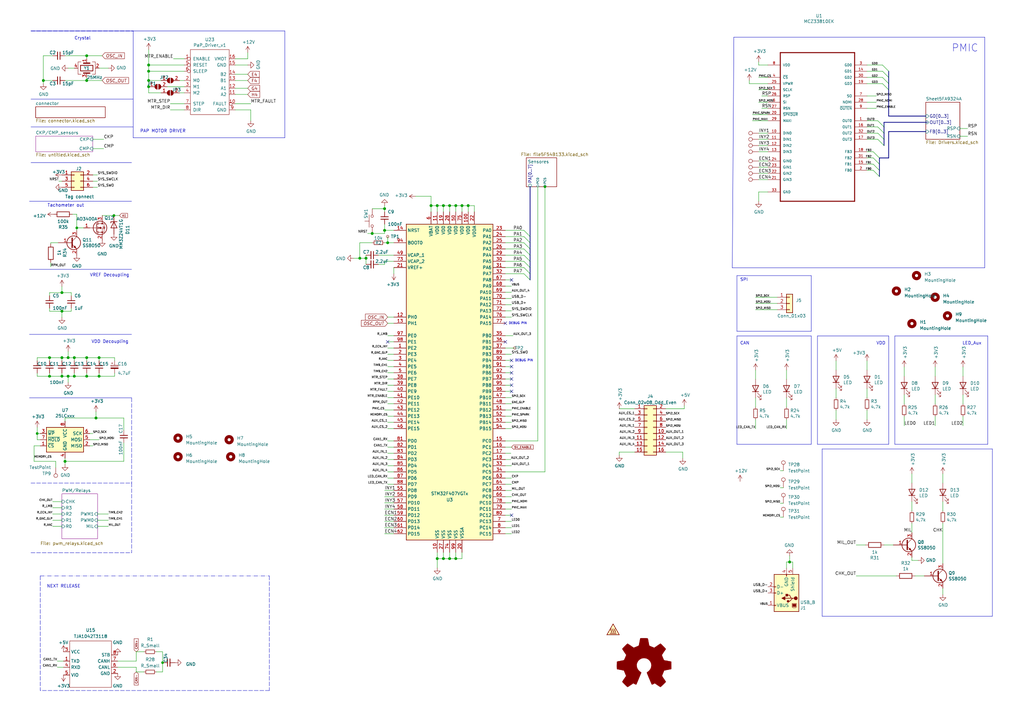
<source format=kicad_sch>
(kicad_sch (version 20211123) (generator eeschema)
  (paper "A3")
  (title_block (title "uEFI") (date "%%date%%") (rev "v3-%%version%%") (company "Churrosoft") (comment 1 "MIT Licence"))
  (junction (at 179.324 229.108) (diameter 1.016))
  (junction (at 35.56 154.305) (diameter 1.016))
  (junction (at 223.52 76.581) (diameter 0.9144))
  (junction (at 25.4 146.685) (diameter 1.016))
  (junction (at 157.734 94.488) (diameter 1.016))
  (junction (at 35.56 22.86) (diameter 1.016))
  (junction (at 152.654 95.758) (diameter 1.016))
  (junction (at 60.96 29.21) (diameter 1.016))
  (junction (at 35.56 146.685) (diameter 1.016))
  (junction (at 147.574 105.918) (diameter 1.016))
  (junction (at 66.675 271.78) (diameter 0.9144))
  (junction (at 30.48 146.685) (diameter 1.016))
  (junction (at 323.85 230.505) (diameter 1.016))
  (junction (at 40.64 154.305) (diameter 1.016))
  (junction (at 186.944 84.328) (diameter 1.016))
  (junction (at 60.96 26.67) (diameter 1.016))
  (junction (at 25.4 154.305) (diameter 1.016))
  (junction (at 186.944 229.108) (diameter 1.016))
  (junction (at 27.94 154.305) (diameter 1.016))
  (junction (at 179.324 84.328) (diameter 1.016))
  (junction (at 30.48 154.305) (diameter 1.016))
  (junction (at 184.404 84.328) (diameter 1.016))
  (junction (at 181.864 84.328) (diameter 1.016))
  (junction (at 159.004 99.568) (diameter 1.016))
  (junction (at 25.4 120.015) (diameter 1.016))
  (junction (at 192.024 84.328) (diameter 1.016))
  (junction (at 150.114 105.918) (diameter 1.016))
  (junction (at 26.67 189.23) (diameter 1.016))
  (junction (at 189.484 84.328) (diameter 1.016))
  (junction (at 40.64 146.685) (diameter 1.016))
  (junction (at 60.96 33.02) (diameter 1.016))
  (junction (at 27.94 146.685) (diameter 1.016))
  (junction (at 39.37 171.45) (diameter 1.016))
  (junction (at 35.56 33.02) (diameter 1.016))
  (junction (at 17.78 33.02) (diameter 1.016))
  (junction (at 20.32 146.685) (diameter 1.016))
  (junction (at 46.736 88.392) (diameter 0.9144))
  (junction (at 25.4 127.635) (diameter 1.016))
  (junction (at 31.496 93.472) (diameter 0.9144))
  (junction (at 184.404 229.108) (diameter 1.016))
  (junction (at 176.784 84.328) (diameter 1.016))
  (junction (at 181.864 229.108) (diameter 1.016))
  (junction (at 60.96 35.56) (diameter 1.016))
  (junction (at 157.734 85.598) (diameter 1.016))
  (junction (at 15.24 177.8))
  (junction (at 20.32 154.305) (diameter 1.016))
  (no_connect (at 209.804 150.368))
  (no_connect (at 209.804 157.988))
  (no_connect (at 207.264 140.208))
  (no_connect (at 159.004 140.208))
  (no_connect (at 209.804 155.448))
  (no_connect (at 209.804 147.828))
  (no_connect (at 209.804 211.328))
  (no_connect (at 209.804 114.808))
  (no_connect (at 209.804 160.528))
  (no_connect (at 209.804 152.908))
  (no_connect (at 207.264 132.588))
  (bus_entry (at 358.14 67.31) (size 2.54 2.54) (stroke (width 0.1524)))
  (bus_entry (at 361.95 31.75) (size 2.54 2.54) (stroke (width 0.1524)))
  (bus_entry (at 358.14 69.85) (size 2.54 2.54) (stroke (width 0.1524)))
  (bus_entry (at 214.884 112.268) (size 2.54 2.54) (stroke (width 0.1524)))
  (bus_entry (at 358.14 64.77) (size 2.54 2.54) (stroke (width 0.1524)))
  (bus_entry (at 360.045 52.07) (size 2.54 2.54) (stroke (width 0.1524)))
  (bus_entry (at 361.95 34.29) (size 2.54 2.54) (stroke (width 0.1524)))
  (bus_entry (at 360.045 49.53) (size 2.54 2.54) (stroke (width 0.1524)))
  (bus_entry (at 361.95 29.21) (size 2.54 2.54) (stroke (width 0.1524)))
  (bus_entry (at 360.045 54.61) (size 2.54 2.54) (stroke (width 0.1524)))
  (bus_entry (at 358.14 62.23) (size 2.54 2.54) (stroke (width 0.1524)))
  (bus_entry (at 214.884 107.188) (size 2.54 2.54) (stroke (width 0.1524)))
  (bus_entry (at 360.045 57.15) (size 2.54 2.54) (stroke (width 0.1524)))
  (bus_entry (at 214.884 104.648) (size 2.54 2.54) (stroke (width 0.1524)))
  (bus_entry (at 214.884 109.728) (size 2.54 2.54) (stroke (width 0.1524)))
  (bus_entry (at 361.95 26.67) (size 2.54 2.54) (stroke (width 0.1524)))
  (bus_entry (at 214.884 94.488) (size 2.54 2.54) (stroke (width 0.1524)))
  (bus_entry (at 214.884 102.108) (size 2.54 2.54) (stroke (width 0.1524)))
  (bus_entry (at 214.884 97.028) (size 2.54 2.54) (stroke (width 0.1524)))
  (bus_entry (at 214.884 99.568) (size 2.54 2.54) (stroke (width 0.1524)))
  (wire (pts (xy 181.864 84.328) (xy 179.324 84.328)))
  (wire (pts (xy 312.42 44.45) (xy 314.96 44.45)))
  (wire (pts (xy 157.734 211.328) (xy 161.544 211.328)))
  (wire (pts (xy 15.24 147.955) (xy 15.24 146.685)))
  (wire (pts (xy 96.52 33.02) (xy 101.6 33.02)))
  (wire (pts (xy 145.034 105.918) (xy 147.574 105.918)))
  (wire (pts (xy 355.6 49.53) (xy 360.045 49.53)))
  (polyline (pts (xy 300.99 15.24) (xy 403.86 15.24)) (stroke (width 0.152) (type solid)))
  (wire (pts (xy 35.56 154.305) (xy 30.48 154.305)))
  (wire (pts (xy 186.944 229.108) (xy 184.404 229.108)))
  (wire (pts (xy 355.6 26.67) (xy 361.95 26.67)))
  (wire (pts (xy 207.264 191.008) (xy 209.804 191.008)))
  (polyline (pts (xy 53.975 163.195) (xy 53.975 198.12)) (stroke (width 0) (type dash)))
  (wire (pts (xy 370.84 150.495) (xy 370.84 154.305)))
  (wire (pts (xy 20.32 146.685) (xy 25.4 146.685)))
  (wire (pts (xy 155.194 104.648) (xy 161.544 104.648)))
  (wire (pts (xy 96.52 45.085) (xy 102.87 45.085)))
  (wire (pts (xy 355.6 31.75) (xy 361.95 31.75)))
  (wire (pts (xy 60.96 35.56) (xy 60.96 33.02)))
  (wire (pts (xy 393.7 55.88) (xy 396.875 55.88)))
  (wire (pts (xy 207.264 112.268) (xy 214.884 112.268)))
  (wire (pts (xy 311.15 66.04) (xy 314.96 66.04)))
  (polyline (pts (xy 337.185 184.15) (xy 337.185 252.73)) (stroke (width 0.152) (type solid)))
  (wire (pts (xy 157.734 201.168) (xy 161.544 201.168)))
  (wire (pts (xy 155.194 108.458) (xy 157.734 108.458)))
  (wire (pts (xy 150.114 105.918) (xy 150.114 104.648)))
  (bus (pts (xy 362.585 50.165) (xy 362.585 52.07)))
  (wire (pts (xy 355.6 159.385) (xy 355.6 163.195)))
  (wire (pts (xy 159.004 150.368) (xy 161.544 150.368)))
  (wire (pts (xy 207.264 165.608) (xy 209.804 165.608)))
  (wire (pts (xy 170.434 80.518) (xy 176.784 80.518)))
  (wire (pts (xy 17.78 22.86) (xy 17.78 33.02)))
  (wire (pts (xy 159.004 193.548) (xy 161.544 193.548)))
  (wire (pts (xy 157.734 99.568) (xy 159.004 99.568)))
  (wire (pts (xy 207.264 185.928) (xy 209.55 185.928)))
  (wire (pts (xy 40.005 71.755) (xy 38.1 71.755)))
  (wire (pts (xy 383.54 161.925) (xy 383.54 165.735)))
  (wire (pts (xy 161.544 140.208) (xy 159.004 140.208)))
  (wire (pts (xy 27.94 27.94) (xy 30.48 27.94)))
  (wire (pts (xy 186.944 229.108) (xy 189.484 229.108)))
  (wire (pts (xy 207.264 155.448) (xy 209.804 155.448)))
  (wire (pts (xy 152.654 95.758) (xy 157.734 95.758)))
  (wire (pts (xy 35.56 22.86) (xy 35.56 24.13)))
  (wire (pts (xy 20.32 147.955) (xy 20.32 146.685)))
  (wire (pts (xy 38.1 60.96) (xy 42.545 60.96)))
  (wire (pts (xy 20.32 154.305) (xy 15.24 154.305)))
  (wire (pts (xy 48.26 271.145) (xy 55.88 271.145)))
  (wire (pts (xy 55.88 267.335) (xy 59.055 267.335)))
  (wire (pts (xy 55.88 271.145) (xy 55.88 267.335)))
  (wire (pts (xy 21.59 213.36) (xy 25.4 213.36)))
  (wire (pts (xy 355.6 39.37) (xy 359.41 39.37)))
  (wire (pts (xy 29.21 120.015) (xy 29.21 121.285)))
  (wire (pts (xy 309.88 163.195) (xy 309.88 167.005)))
  (wire (pts (xy 207.264 145.288) (xy 209.804 145.288)))
  (wire (pts (xy 20.828 107.696) (xy 20.828 109.474)))
  (wire (pts (xy 308.61 46.99) (xy 314.96 46.99)))
  (wire (pts (xy 311.15 62.23) (xy 314.96 62.23)))
  (wire (pts (xy 273.05 185.42) (xy 280.035 185.42)))
  (wire (pts (xy 280.035 185.42) (xy 280.035 187.96)))
  (bus (pts (xy 217.424 76.454) (xy 217.424 97.028)))
  (wire (pts (xy 311.15 78.74) (xy 314.96 78.74)))
  (polyline (pts (xy 54.61 52.07) (xy 12.7 52.07)) (stroke (width 0) (type solid)))
  (wire (pts (xy 355.6 34.29) (xy 361.95 34.29)))
  (bus (pts (xy 364.49 53.975) (xy 379.73 53.975)))
  (bus (pts (xy 362.585 54.61) (xy 362.585 57.15)))
  (polyline (pts (xy 110.49 283.21) (xy 16.51 283.21)) (stroke (width 0) (type dash)))
  (wire (pts (xy 26.67 189.23) (xy 26.67 190.5)))
  (wire (pts (xy 355.6 52.07) (xy 360.045 52.07)))
  (polyline (pts (xy 116.84 56.515) (xy 54.61 56.515)) (stroke (width 0.152) (type solid)))
  (wire (pts (xy 69.85 45.085) (xy 75.565 45.085)))
  (wire (pts (xy 25.4 147.955) (xy 25.4 146.685)))
  (polyline (pts (xy 53.975 110.49) (xy 12.065 110.49)) (stroke (width 0) (type solid)))
  (wire (pts (xy 152.654 99.568) (xy 147.574 99.568)))
  (wire (pts (xy 207.264 183.388) (xy 209.804 183.388)))
  (wire (pts (xy 157.734 108.458) (xy 157.734 107.188)))
  (polyline (pts (xy 403.86 15.24) (xy 403.86 109.855)) (stroke (width 0.152) (type solid)))
  (wire (pts (xy 60.96 33.02) (xy 60.96 29.21)))
  (polyline (pts (xy 53.975 66.675) (xy 12.7 66.675)) (stroke (width 0) (type solid)))
  (wire (pts (xy 159.004 175.768) (xy 161.544 175.768)))
  (wire (pts (xy 374.015 214.63) (xy 374.015 218.44)))
  (polyline (pts (xy 364.49 182.245) (xy 364.49 137.795)) (stroke (width 0.152) (type solid)))
  (wire (pts (xy 26.67 171.45) (xy 39.37 171.45)))
  (wire (pts (xy 15.24 154.305) (xy 15.24 153.035)))
  (wire (pts (xy 96.52 30.48) (xy 101.6 30.48)))
  (wire (pts (xy 342.9 159.385) (xy 342.9 163.195)))
  (bus (pts (xy 217.424 112.268) (xy 217.424 114.808)))
  (wire (pts (xy 207.264 137.668) (xy 210.439 137.668)))
  (polyline (pts (xy 337.185 184.15) (xy 407.035 184.15)) (stroke (width 0.152) (type solid)))
  (wire (pts (xy 184.404 84.328) (xy 181.864 84.328)))
  (wire (pts (xy 20.32 127.635) (xy 20.32 126.365)))
  (bus (pts (xy 364.49 36.83) (xy 364.49 47.625)))
  (bus (pts (xy 362.585 52.07) (xy 362.585 54.61)))
  (wire (pts (xy 161.544 132.588) (xy 159.004 132.588)))
  (polyline (pts (xy 405.13 182.245) (xy 405.13 137.795)) (stroke (width 0.152) (type solid)))
  (wire (pts (xy 40.005 213.36) (xy 44.45 213.36)))
  (wire (pts (xy 322.58 151.765) (xy 322.58 155.575)))
  (wire (pts (xy 209.804 196.088) (xy 207.264 196.088)))
  (wire (pts (xy 374.015 229.87) (xy 376.555 229.87)))
  (polyline (pts (xy 367.03 137.795) (xy 367.03 182.245)) (stroke (width 0.152) (type solid)))
  (wire (pts (xy 73.66 33.02) (xy 75.565 33.02)))
  (wire (pts (xy 312.42 39.37) (xy 314.96 39.37)))
  (polyline (pts (xy 12.7 12.7) (xy 54.61 12.7)) (stroke (width 0) (type solid)))
  (wire (pts (xy 71.12 24.13) (xy 75.565 24.13)))
  (wire (pts (xy 189.484 229.108) (xy 189.484 226.568)))
  (wire (pts (xy 21.59 205.74) (xy 25.4 205.74)))
  (wire (pts (xy 209.804 152.908) (xy 207.264 152.908)))
  (wire (pts (xy 96.52 36.195) (xy 101.6 36.195)))
  (wire (pts (xy 355.6 64.77) (xy 358.14 64.77)))
  (wire (pts (xy 320.04 206.375) (xy 321.31 206.375)))
  (wire (pts (xy 21.59 210.82) (xy 25.4 210.82)))
  (bus (pts (xy 217.424 97.028) (xy 217.424 99.568)))
  (wire (pts (xy 159.004 160.528) (xy 161.544 160.528)))
  (wire (pts (xy 375.285 236.22) (xy 379.095 236.22)))
  (wire (pts (xy 27.94 156.845) (xy 27.94 154.305)))
  (wire (pts (xy 207.264 94.488) (xy 214.884 94.488)))
  (wire (pts (xy 15.24 146.685) (xy 20.32 146.685)))
  (wire (pts (xy 355.6 69.85) (xy 358.14 69.85)))
  (wire (pts (xy 386.715 205.74) (xy 386.715 209.55)))
  (wire (pts (xy 207.264 99.568) (xy 214.884 99.568)))
  (wire (pts (xy 69.85 42.545) (xy 75.565 42.545)))
  (wire (pts (xy 207.264 130.048) (xy 209.804 130.048)))
  (wire (pts (xy 147.574 105.918) (xy 150.114 105.918)))
  (wire (pts (xy 27.94 154.305) (xy 25.4 154.305)))
  (wire (pts (xy 159.004 155.448) (xy 161.544 155.448)))
  (wire (pts (xy 394.97 170.815) (xy 394.97 174.625)))
  (polyline (pts (xy 332.74 137.795) (xy 332.74 182.245)) (stroke (width 0.152) (type solid)))
  (wire (pts (xy 322.58 233.045) (xy 322.58 230.505)))
  (wire (pts (xy 38.1 57.15) (xy 42.545 57.15)))
  (polyline (pts (xy 302.26 135.89) (xy 302.26 113.03)) (stroke (width 0.152) (type solid)))
  (wire (pts (xy 311.15 71.12) (xy 314.96 71.12)))
  (wire (pts (xy 220.599 76.581) (xy 220.599 180.848)))
  (wire (pts (xy 101.6 24.13) (xy 101.6 21.59)))
  (wire (pts (xy 323.85 230.505) (xy 323.85 227.965)))
  (bus (pts (xy 362.585 57.15) (xy 362.585 59.69)))
  (bus (pts (xy 360.68 67.31) (xy 360.68 69.85)))
  (wire (pts (xy 161.544 191.008) (xy 159.004 191.008)))
  (wire (pts (xy 161.544 147.828) (xy 159.004 147.828)))
  (wire (pts (xy 207.264 114.808) (xy 209.804 114.808)))
  (wire (pts (xy 27.94 144.145) (xy 27.94 146.685)))
  (wire (pts (xy 40.005 215.9) (xy 44.45 215.9)))
  (polyline (pts (xy 407.035 184.15) (xy 407.035 252.73)) (stroke (width 0.152) (type solid)))
  (wire (pts (xy 355.6 147.955) (xy 355.6 151.765)))
  (wire (pts (xy 184.404 84.328) (xy 184.404 86.868)))
  (wire (pts (xy 207.264 97.028) (xy 214.884 97.028)))
  (bus (pts (xy 217.424 99.568) (xy 217.424 102.108)))
  (wire (pts (xy 15.24 180.34) (xy 15.24 177.8)))
  (wire (pts (xy 16.51 180.34) (xy 15.24 180.34)))
  (polyline (pts (xy 335.28 182.245) (xy 364.49 182.245)) (stroke (width 0.152) (type solid)))
  (wire (pts (xy 157.734 218.948) (xy 161.544 218.948)))
  (wire (pts (xy 31.496 93.472) (xy 31.496 94.488)))
  (wire (pts (xy 34.29 93.472) (xy 31.496 93.472)))
  (wire (pts (xy 26.67 172.72) (xy 26.67 171.45)))
  (wire (pts (xy 207.264 188.468) (xy 209.55 188.468)))
  (wire (pts (xy 157.734 84.328) (xy 157.734 85.598)))
  (wire (pts (xy 186.944 84.328) (xy 184.404 84.328)))
  (wire (pts (xy 25.4 130.175) (xy 25.4 127.635)))
  (wire (pts (xy 30.48 146.685) (xy 35.56 146.685)))
  (wire (pts (xy 20.32 121.285) (xy 20.32 120.015)))
  (wire (pts (xy 383.54 170.815) (xy 383.54 174.625)))
  (polyline (pts (xy 54.61 40.64) (xy 12.7 40.64)) (stroke (width 0) (type solid)))
  (wire (pts (xy 176.784 84.328) (xy 179.324 84.328)))
  (wire (pts (xy 209.804 211.328) (xy 207.264 211.328)))
  (wire (pts (xy 311.15 73.66) (xy 314.96 73.66)))
  (wire (pts (xy 30.48 153.035) (xy 30.48 154.305)))
  (wire (pts (xy 26.67 22.86) (xy 35.56 22.86)))
  (wire (pts (xy 311.15 54.61) (xy 314.96 54.61)))
  (wire (pts (xy 157.734 85.598) (xy 152.654 85.598)))
  (wire (pts (xy 40.64 154.305) (xy 35.56 154.305)))
  (wire (pts (xy 157.734 107.188) (xy 161.544 107.188)))
  (wire (pts (xy 355.6 44.45) (xy 359.41 44.45)))
  (wire (pts (xy 30.48 154.305) (xy 27.94 154.305)))
  (wire (pts (xy 161.544 180.848) (xy 159.004 180.848)))
  (wire (pts (xy 311.15 68.58) (xy 314.96 68.58)))
  (wire (pts (xy 311.15 26.67) (xy 314.96 26.67)))
  (wire (pts (xy 150.114 105.918) (xy 150.114 108.458)))
  (wire (pts (xy 320.04 193.04) (xy 321.31 193.04)))
  (bus (pts (xy 217.424 107.188) (xy 217.424 109.728)))
  (polyline (pts (xy 332.74 182.245) (xy 302.26 182.245)) (stroke (width 0.152) (type solid)))
  (wire (pts (xy 157.734 213.868) (xy 161.544 213.868)))
  (bus (pts (xy 379.73 47.625) (xy 364.49 47.625)))
  (wire (pts (xy 176.784 80.518) (xy 176.784 84.328)))
  (wire (pts (xy 355.6 57.15) (xy 360.045 57.15)))
  (wire (pts (xy 386.715 214.63) (xy 386.715 231.14)))
  (wire (pts (xy 159.004 137.668) (xy 161.544 137.668)))
  (wire (pts (xy 209.804 150.368) (xy 207.264 150.368)))
  (wire (pts (xy 307.34 34.29) (xy 314.96 34.29)))
  (wire (pts (xy 29.21 126.365) (xy 29.21 127.635)))
  (polyline (pts (xy 53.975 163.195) (xy 12.065 163.195)) (stroke (width 0) (type solid)))
  (wire (pts (xy 25.4 146.685) (xy 27.94 146.685)))
  (wire (pts (xy 73.66 38.1) (xy 75.565 38.1)))
  (wire (pts (xy 325.12 233.045) (xy 325.12 230.505)))
  (wire (pts (xy 48.26 273.685) (xy 55.88 273.685)))
  (wire (pts (xy 55.88 275.59) (xy 55.88 273.685)))
  (wire (pts (xy 59.055 275.59) (xy 55.88 275.59)))
  (wire (pts (xy 207.264 102.108) (xy 214.884 102.108)))
  (wire (pts (xy 41.91 33.02) (xy 35.56 33.02)))
  (wire (pts (xy 355.6 62.23) (xy 358.14 62.23)))
  (wire (pts (xy 159.004 183.388) (xy 161.544 183.388)))
  (wire (pts (xy 40.64 146.685) (xy 40.64 147.955)))
  (polyline (pts (xy 302.26 135.89) (xy 332.74 135.89)) (stroke (width 0.152) (type solid)))
  (bus (pts (xy 380.365 50.165) (xy 362.585 50.165)))
  (wire (pts (xy 211.074 142.748) (xy 207.264 142.748)))
  (wire (pts (xy 209.804 206.248) (xy 207.264 206.248)))
  (wire (pts (xy 30.48 147.955) (xy 30.48 146.685)))
  (wire (pts (xy 159.004 145.288) (xy 161.544 145.288)))
  (wire (pts (xy 46.99 153.035) (xy 46.99 154.305)))
  (wire (pts (xy 209.804 168.148) (xy 207.264 168.148)))
  (wire (pts (xy 60.96 20.32) (xy 60.96 26.67)))
  (wire (pts (xy 393.7 52.705) (xy 396.875 52.705)))
  (polyline (pts (xy 110.49 236.22) (xy 110.49 283.21)) (stroke (width 0) (type dash)))
  (wire (pts (xy 159.004 165.608) (xy 161.544 165.608)))
  (wire (pts (xy 60.96 26.67) (xy 75.565 26.67)))
  (wire (pts (xy 157.734 86.868) (xy 157.734 85.598)))
  (wire (pts (xy 68.58 35.56) (xy 75.565 35.56)))
  (wire (pts (xy 383.54 150.495) (xy 383.54 154.305)))
  (wire (pts (xy 311.15 36.83) (xy 314.96 36.83)))
  (wire (pts (xy 44.45 27.94) (xy 40.64 27.94)))
  (wire (pts (xy 307.34 33.02) (xy 307.34 34.29)))
  (wire (pts (xy 311.15 41.91) (xy 314.96 41.91)))
  (wire (pts (xy 60.96 29.21) (xy 75.565 29.21)))
  (wire (pts (xy 25.4 154.305) (xy 20.32 154.305)))
  (polyline (pts (xy 54.61 12.7) (xy 54.61 56.515)) (stroke (width 0.152) (type solid)))
  (wire (pts (xy 60.96 33.02) (xy 66.04 33.02)))
  (wire (pts (xy 320.04 200.025) (xy 321.31 200.025)))
  (polyline (pts (xy 337.185 252.73) (xy 407.035 252.73)) (stroke (width 0.152) (type solid)))
  (wire (pts (xy 15.24 175.26) (xy 15.24 177.8)))
  (wire (pts (xy 15.24 177.8) (xy 16.51 177.8)))
  (wire (pts (xy 13.97 182.88) (xy 16.51 182.88)))
  (wire (pts (xy 186.944 84.328) (xy 186.944 86.868)))
  (wire (pts (xy 207.264 109.728) (xy 214.884 109.728)))
  (wire (pts (xy 370.84 170.815) (xy 370.84 174.625)))
  (wire (pts (xy 46.99 154.305) (xy 40.64 154.305)))
  (wire (pts (xy 254 167.64) (xy 260.35 167.64)))
  (polyline (pts (xy 12.7 198.12) (xy 53.975 198.12)) (stroke (width 0) (type dash)))
  (wire (pts (xy 64.135 275.59) (xy 66.675 275.59)))
  (wire (pts (xy 66.675 275.59) (xy 66.675 271.78)))
  (wire (pts (xy 181.864 226.568) (xy 181.864 229.108)))
  (wire (pts (xy 209.804 173.228) (xy 207.264 173.228)))
  (wire (pts (xy 311.15 25.4) (xy 311.15 26.67)))
  (wire (pts (xy 96.52 42.545) (xy 102.87 42.545)))
  (wire (pts (xy 159.004 142.748) (xy 161.544 142.748)))
  (wire (pts (xy 159.004 188.468) (xy 161.544 188.468)))
  (wire (pts (xy 355.6 67.31) (xy 358.14 67.31)))
  (wire (pts (xy 20.828 99.568) (xy 23.876 99.568)))
  (wire (pts (xy 20.828 100.076) (xy 20.828 99.568)))
  (wire (pts (xy 189.484 84.328) (xy 186.944 84.328)))
  (wire (pts (xy 209.804 117.348) (xy 207.264 117.348)))
  (wire (pts (xy 355.6 41.91) (xy 359.41 41.91)))
  (wire (pts (xy 50.8 171.45) (xy 50.8 176.53)))
  (wire (pts (xy 159.004 198.628) (xy 161.544 198.628)))
  (wire (pts (xy 311.15 59.69) (xy 314.96 59.69)))
  (polyline (pts (xy 302.26 137.795) (xy 302.26 182.245)) (stroke (width 0.152) (type solid)))
  (wire (pts (xy 157.734 208.788) (xy 161.544 208.788)))
  (wire (pts (xy 207.264 170.688) (xy 209.804 170.688)))
  (wire (pts (xy 311.15 31.75) (xy 314.96 31.75)))
  (wire (pts (xy 96.52 38.735) (xy 101.6 38.735)))
  (wire (pts (xy 159.004 170.688) (xy 161.544 170.688)))
  (wire (pts (xy 60.96 38.1) (xy 60.96 35.56)))
  (wire (pts (xy 181.864 229.108) (xy 179.324 229.108)))
  (wire (pts (xy 192.024 86.868) (xy 192.024 84.328)))
  (wire (pts (xy 355.6 168.275) (xy 355.6 172.085)))
  (polyline (pts (xy 335.28 137.795) (xy 364.49 137.795)) (stroke (width 0.152) (type solid)))
  (wire (pts (xy 320.04 212.09) (xy 321.31 212.09)))
  (wire (pts (xy 179.324 229.108) (xy 179.324 226.568)))
  (bus (pts (xy 360.68 69.85) (xy 360.68 72.39)))
  (wire (pts (xy 309.88 127) (xy 318.77 127)))
  (wire (pts (xy 179.324 84.328) (xy 179.324 86.868)))
  (wire (pts (xy 207.264 218.948) (xy 209.804 218.948)))
  (wire (pts (xy 40.005 76.835) (xy 38.1 76.835)))
  (wire (pts (xy 351.155 223.52) (xy 354.965 223.52)))
  (polyline (pts (xy 53.975 198.12) (xy 53.975 226.695)) (stroke (width 0) (type dash)))
  (wire (pts (xy 273.05 167.64) (xy 280.67 167.64)))
  (wire (pts (xy 280.67 167.64) (xy 280.67 166.37)))
  (wire (pts (xy 179.324 232.918) (xy 179.324 229.108)))
  (wire (pts (xy 157.734 168.148) (xy 161.544 168.148)))
  (wire (pts (xy 46.99 147.955) (xy 46.99 146.685)))
  (wire (pts (xy 157.734 216.408) (xy 161.544 216.408)))
  (wire (pts (xy 157.734 206.248) (xy 161.544 206.248)))
  (wire (pts (xy 209.804 163.068) (xy 207.264 163.068)))
  (wire (pts (xy 254 185.42) (xy 254 186.69)))
  (wire (pts (xy 260.35 185.42) (xy 254 185.42)))
  (polyline (pts (xy 54.61 12.7) (xy 116.84 12.7)) (stroke (width 0.152) (type solid)))
  (wire (pts (xy 184.404 226.568) (xy 184.404 229.108)))
  (wire (pts (xy 26.035 273.685) (xy 23.495 273.685)))
  (wire (pts (xy 176.784 84.328) (xy 176.784 86.868)))
  (polyline (pts (xy 403.86 109.855) (xy 300.355 109.855)) (stroke (width 0.152) (type solid)))
  (wire (pts (xy 181.864 84.328) (xy 181.864 86.868)))
  (wire (pts (xy 362.585 223.52) (xy 366.395 223.52)))
  (wire (pts (xy 374.015 228.6) (xy 374.015 229.87)))
  (wire (pts (xy 23.495 271.145) (xy 26.035 271.145)))
  (wire (pts (xy 192.024 84.328) (xy 194.564 84.328)))
  (wire (pts (xy 209.804 198.628) (xy 207.264 198.628)))
  (wire (pts (xy 50.8 181.61) (xy 50.8 189.23)))
  (polyline (pts (xy 335.28 137.795) (xy 335.28 182.245)) (stroke (width 0.152) (type solid)))
  (wire (pts (xy 207.264 193.548) (xy 223.52 193.548)))
  (wire (pts (xy 159.004 97.028) (xy 159.004 99.568)))
  (wire (pts (xy 157.734 94.488) (xy 157.734 91.948)))
  (wire (pts (xy 394.97 150.495) (xy 394.97 154.305)))
  (wire (pts (xy 309.88 151.765) (xy 309.88 155.575)))
  (wire (pts (xy 13.97 182.88) (xy 13.97 189.23)))
  (wire (pts (xy 22.86 189.23) (xy 13.97 189.23)))
  (wire (pts (xy 22.86 191.77) (xy 22.86 189.23)))
  (wire (pts (xy 209.804 122.428) (xy 207.264 122.428)))
  (wire (pts (xy 207.264 107.188) (xy 214.884 107.188)))
  (wire (pts (xy 25.4 120.015) (xy 29.21 120.015)))
  (wire (pts (xy 40.64 153.035) (xy 40.64 154.305)))
  (wire (pts (xy 386.715 241.3) (xy 386.715 243.84)))
  (wire (pts (xy 207.264 124.968) (xy 209.804 124.968)))
  (wire (pts (xy 207.264 201.168) (xy 209.804 201.168)))
  (wire (pts (xy 207.264 216.408) (xy 209.804 216.408)))
  (wire (pts (xy 194.564 84.328) (xy 194.564 86.868)))
  (wire (pts (xy 36.83 177.8) (xy 38.1 177.8)))
  (bus (pts (xy 217.424 102.108) (xy 217.424 104.648)))
  (wire (pts (xy 35.56 33.02) (xy 35.56 31.75)))
  (wire (pts (xy 102.87 45.085) (xy 102.87 49.53)))
  (bus (pts (xy 364.49 34.29) (xy 364.49 36.83)))
  (wire (pts (xy 374.015 205.74) (xy 374.015 209.55)))
  (wire (pts (xy 322.58 172.085) (xy 322.58 175.895)))
  (wire (pts (xy 311.15 82.55) (xy 311.15 78.74)))
  (wire (pts (xy 27.94 146.685) (xy 30.48 146.685)))
  (bus (pts (xy 217.424 109.728) (xy 217.424 112.268)))
  (polyline (pts (xy 53.975 82.55) (xy 12.065 82.55)) (stroke (width 0) (type solid)))
  (wire (pts (xy 21.59 215.9) (xy 25.4 215.9)))
  (wire (pts (xy 207.264 175.768) (xy 209.804 175.768)))
  (wire (pts (xy 25.4 117.475) (xy 25.4 120.015)))
  (wire (pts (xy 207.264 119.888) (xy 209.804 119.888)))
  (wire (pts (xy 207.264 180.848) (xy 220.599 180.848)))
  (wire (pts (xy 322.58 163.195) (xy 322.58 167.005)))
  (wire (pts (xy 29.718 87.884) (xy 31.496 87.884)))
  (wire (pts (xy 31.496 87.884) (xy 31.496 93.472)))
  (wire (pts (xy 309.88 124.46) (xy 318.77 124.46)))
  (polyline (pts (xy 12.7 226.695) (xy 53.975 226.695)) (stroke (width 0) (type dash)))
  (wire (pts (xy 209.804 157.988) (xy 207.264 157.988)))
  (wire (pts (xy 207.264 208.788) (xy 209.804 208.788)))
  (wire (pts (xy 325.12 230.505) (xy 323.85 230.505)))
  (wire (pts (xy 20.32 120.015) (xy 25.4 120.015)))
  (wire (pts (xy 159.004 152.908) (xy 161.544 152.908)))
  (wire (pts (xy 40.005 74.295) (xy 38.1 74.295)))
  (wire (pts (xy 36.83 182.88) (xy 38.1 182.88)))
  (wire (pts (xy 35.56 146.685) (xy 40.64 146.685)))
  (polyline (pts (xy 367.03 137.795) (xy 405.13 137.795)) (stroke (width 0.152) (type solid)))
  (wire (pts (xy 26.67 33.02) (xy 35.56 33.02)))
  (wire (pts (xy 161.544 185.928) (xy 159.004 185.928)))
  (wire (pts (xy 17.78 33.02) (xy 21.59 33.02)))
  (wire (pts (xy 66.675 267.335) (xy 64.135 267.335)))
  (wire (pts (xy 66.675 271.78) (xy 66.675 267.335)))
  (wire (pts (xy 25.4 153.035) (xy 25.4 154.305)))
  (polyline (pts (xy 116.84 12.7) (xy 116.84 56.515)) (stroke (width 0.152) (type solid)))
  (wire (pts (xy 96.52 26.67) (xy 101.6 26.67)))
  (wire (pts (xy 20.32 153.035) (xy 20.32 154.305)))
  (wire (pts (xy 370.84 161.925) (xy 370.84 165.735)))
  (wire (pts (xy 308.61 49.53) (xy 314.96 49.53)))
  (wire (pts (xy 342.9 147.955) (xy 342.9 151.765)))
  (bus (pts (xy 364.49 29.21) (xy 364.49 31.75)))
  (wire (pts (xy 147.574 99.568) (xy 147.574 105.918)))
  (wire (pts (xy 161.544 196.088) (xy 159.004 196.088)))
  (wire (pts (xy 161.544 157.988) (xy 159.004 157.988)))
  (wire (pts (xy 355.6 29.21) (xy 361.95 29.21)))
  (wire (pts (xy 207.264 147.828) (xy 209.804 147.828)))
  (wire (pts (xy 192.024 84.328) (xy 189.484 84.328)))
  (wire (pts (xy 35.56 153.035) (xy 35.56 154.305)))
  (wire (pts (xy 186.944 226.568) (xy 186.944 229.108)))
  (polyline (pts (xy 16.51 236.22) (xy 16.51 283.21)) (stroke (width 0) (type dash)))
  (wire (pts (xy 207.264 160.528) (xy 209.804 160.528)))
  (polyline (pts (xy 302.26 137.795) (xy 332.74 137.795)) (stroke (width 0.152) (type solid)))
  (wire (pts (xy 26.67 187.96) (xy 26.67 189.23)))
  (wire (pts (xy 311.15 57.15) (xy 314.96 57.15)))
  (bus (pts (xy 364.49 31.75) (xy 364.49 34.29)))
  (polyline (pts (xy 302.26 113.03) (xy 332.74 113.03)) (stroke (width 0.152) (type solid)))
  (wire (pts (xy 66.04 38.1) (xy 60.96 38.1)))
  (polyline (pts (xy 12.7 12.7) (xy 54.61 12.7)) (stroke (width 0) (type dash)))
  (wire (pts (xy 39.37 171.45) (xy 50.8 171.45)))
  (wire (pts (xy 40.005 210.82) (xy 44.45 210.82)))
  (bus (pts (xy 360.68 64.77) (xy 360.68 67.31)))
  (bus (pts (xy 364.49 53.975) (xy 364.49 64.77)))
  (bus (pts (xy 364.49 64.77) (xy 360.68 64.77)))
  (wire (pts (xy 50.8 189.23) (xy 26.67 189.23)))
  (wire (pts (xy 41.91 88.392) (xy 46.736 88.392)))
  (wire (pts (xy 46.736 88.392) (xy 49.022 88.392)))
  (polyline (pts (xy 367.03 182.245) (xy 405.13 182.245)) (stroke (width 0.152) (type solid)))
  (wire (pts (xy 351.155 236.22) (xy 367.665 236.22)))
  (polyline (pts (xy 332.74 135.89) (xy 332.74 113.03)) (stroke (width 0.152) (type solid)))
  (polyline (pts (xy 300.99 15.24) (xy 300.355 109.855)) (stroke (width 0.152) (type solid)))
  (wire (pts (xy 152.654 95.758) (xy 150.749 95.758)))
  (wire (pts (xy 209.804 127.508) (xy 207.264 127.508)))
  (wire (pts (xy 157.734 95.758) (xy 157.734 94.488)))
  (wire (pts (xy 39.37 168.91) (xy 39.37 171.45)))
  (wire (pts (xy 207.264 213.868) (xy 209.804 213.868)))
  (wire (pts (xy 41.91 22.86) (xy 35.56 22.86)))
  (wire (pts (xy 394.97 161.925) (xy 394.97 165.735)))
  (wire (pts (xy 25.4 127.635) (xy 20.32 127.635)))
  (wire (pts (xy 36.83 180.34) (xy 40.64 180.34)))
  (wire (pts (xy 184.404 229.108) (xy 181.864 229.108)))
  (wire (pts (xy 209.804 203.708) (xy 207.264 203.708)))
  (wire (pts (xy 189.484 84.328) (xy 189.484 86.868)))
  (wire (pts (xy 17.78 34.29) (xy 17.78 33.02)))
  (wire (pts (xy 21.59 208.28) (xy 25.4 208.28)))
  (wire (pts (xy 24.13 74.295) (xy 25.4 74.295)))
  (wire (pts (xy 355.6 54.61) (xy 360.045 54.61)))
  (wire (pts (xy 46.99 146.685) (xy 40.64 146.685)))
  (wire (pts (xy 223.52 76.5048) (xy 223.52 76.581)))
  (wire (pts (xy 223.52 76.581) (xy 223.52 193.548)))
  (wire (pts (xy 60.96 29.21) (xy 60.96 26.67)))
  (wire (pts (xy 157.734 203.708) (xy 161.544 203.708)))
  (wire (pts (xy 309.88 121.92) (xy 318.77 121.92)))
  (bus (pts (xy 217.424 104.648) (xy 217.424 107.188)))
  (wire (pts (xy 161.544 163.068) (xy 159.004 163.068)))
  (wire (pts (xy 159.004 130.048) (xy 161.544 130.048)))
  (polyline (pts (xy 53.975 137.16) (xy 12.065 137.16)) (stroke (width 0) (type solid)))
  (wire (pts (xy 374.015 194.31) (xy 374.015 198.12)))
  (wire (pts (xy 161.544 173.228) (xy 159.004 173.228)))
  (wire (pts (xy 21.59 22.86) (xy 17.78 22.86)))
  (wire (pts (xy 322.58 230.505) (xy 323.85 230.505)))
  (wire (pts (xy 29.21 127.635) (xy 25.4 127.635)))
  (wire (pts (xy 159.004 99.568) (xy 161.544 99.568)))
  (wire (pts (xy 161.544 112.268) (xy 161.544 109.728)))
  (wire (pts (xy 35.56 147.955) (xy 35.56 146.685)))
  (wire (pts (xy 161.544 94.488) (xy 157.734 94.488)))
  (wire (pts (xy 309.88 172.085) (xy 309.88 175.895)))
  (wire (pts (xy 96.52 24.13) (xy 101.6 24.13)))
  (wire (pts (xy 207.264 104.648) (xy 214.884 104.648)))
  (wire (pts (xy 342.9 168.275) (xy 342.9 172.085)))
  (wire (pts (xy 386.715 194.31) (xy 386.715 198.12)))
  (polyline (pts (xy 16.51 236.22) (xy 110.49 236.22)) (stroke (width 0.152) (type dash_dot)))
  (text "DEBUG PIN" (at 218.694 148.463 180) (effects (font (size 0.889 0.889)) (justify right bottom)))
  (text "CAN" (at 303.53 141.605 0) (effects (font (size 1.27 1.27)) (justify left bottom)))
  (text "Crystal" (at 30.48 16.51 0) (effects (font (size 1.27 1.27)) (justify left bottom)))
  (text "NEXT RELEASE\n" (at 33.02 241.3 180) (effects (font (size 1.27 1.27)) (justify right bottom)))
  (text "DEBUG PIN" (at 216.154 133.223 180) (effects (font (size 0.889 0.889)) (justify right bottom)))
  (text "VDD" (at 363.22 141.605 180) (effects (font (size 1.27 1.27)) (justify right bottom)))
  (text "VREF Decoupling" (at 36.83 113.665 0) (effects (font (size 1.27 1.27)) (justify left bottom)))
  (text "PMIC\n" (at 401.32 21.59 180) (effects (font (size 3 3)) (justify right bottom)))
  (text "VDD Decoupling" (at 37.465 140.97 0) (effects (font (size 1.27 1.27)) (justify left bottom)))
  (text "LED_Aux" (at 402.59 141.605 180) (effects (font (size 1.27 1.27)) (justify right bottom)))
  (text "SPI" (at 303.53 115.57 0) (effects (font (size 1.27 1.27)) (justify left bottom)))
  (text "PAP MOTOR DRIVER" (at 76.2 54.61 180) (effects (font (size 1.27 1.27)) (justify right bottom)))
  (text "Tachometer out" (at 19.431 85.09 0) (effects (font (size 1.27 1.27)) (justify left bottom)))
  (label "LED1" (at 209.804 216.408 0) (effects (font (size 0.889 0.889))))
  (label "AUX_CS_1" (at 260.35 170.18 180) (effects (font (size 0.889 0.889))))
  (label "ECN3" (at 311.15 71.12 0))
  (label "RSP" (at 396.875 52.705 0))
  (label "ECN4" (at 157.734 218.948 0))
  (label "SPI2_MOSI" (at 40.64 180.34 0) (effects (font (size 0.7874 0.7874))))
  (label "FB2" (at 357.505 64.77 180) (effects (font (size 0.8 0.8))))
  (label "INY1" (at 311.15 54.61 0))
  (label "R_AAC" (at 159.004 147.828 180) (effects (font (size 0.8 0.8))))
  (label "AUX_CS_2" (at 159.004 175.768 180) (effects (font (size 0.889 0.889))))
  (label "R_LMB" (at 21.59 208.28 180) (effects (font (size 0.889 0.889))))
  (label "LED1" (at 383.54 174.625 180))
  (label "PMIC_CS" (at 157.734 168.148 180) (effects (font (size 0.7874 0.7874))))
  (label "CAN1_TX" (at 159.004 183.388 180) (effects (font (size 0.889 0.889))))
  (label "MTR_STEP" (at 159.004 155.448 180) (effects (font (size 0.889 0.889))))
  (label "CAN1_RX" (at 23.495 273.685 180) (effects (font (size 0.889 0.889))))
  (label "USB_D+" (at 209.804 124.968 0) (effects (font (size 0.9906 0.9906))))
  (label "CKP" (at 209.804 196.088 0) (effects (font (size 0.889 0.889))))
  (label "INY4" (at 311.15 62.23 0))
  (label "MEMORY_CS" (at 320.04 212.09 180) (effects (font (size 0.8 0.8))))
  (label "PMIC_MAXI" (at 308.61 49.53 0) (effects (font (size 0.7874 0.7874))))
  (label "RSP" (at 312.42 39.37 0))
  (label "CHK" (at 386.715 218.44 180))
  (label "SPI2_SCK" (at 309.88 121.92 0) (effects (font (size 0.7874 0.7874))))
  (label "LED2" (at 209.804 218.948 0) (effects (font (size 0.889 0.889))))
  (label "PMIC_ENABLE" (at 209.804 168.148 0) (effects (font (size 0.7874 0.7874))))
  (label "SPI2_MOSI" (at 320.04 200.025 180) (effects (font (size 0.7874 0.7874))))
  (label "CKP" (at 42.545 57.15 0))
  (label "SPI2_MISO" (at 38.1 182.88 0) (effects (font (size 0.7874 0.7874))))
  (label "AUX_IN_4" (at 260.35 182.88 180) (effects (font (size 0.889 0.889))))
  (label "RPM_OUT" (at 20.828 109.474 0) (effects (font (size 0.889 0.889))))
  (label "LED2" (at 394.97 174.625 180))
  (label "LED_CAN_TX" (at 159.004 198.628 180) (effects (font (size 0.889 0.889))))
  (label "PMIC_ENABLE" (at 359.41 44.45 0) (effects (font (size 0.7874 0.7874))))
  (label "AUX_CS_2" (at 260.35 172.72 180) (effects (font (size 0.889 0.889))))
  (label "PA2" (at 214.249 99.568 180))
  (label "MTR_STEP" (at 69.85 42.545 180))
  (label "MIL_OUT" (at 44.45 215.9 0) (effects (font (size 0.8 0.8))))
  (label "SPI2_MISO" (at 273.05 172.72 0) (effects (font (size 0.7874 0.7874))))
  (label "MEMORY_CS" (at 159.004 170.688 180) (effects (font (size 0.8 0.8))))
  (label "PA6" (at 214.249 109.728 180))
  (label "R_AAC" (at 21.59 215.9 180) (effects (font (size 0.8 0.8))))
  (label "AUX_OUT_1" (at 209.804 191.008 0) (effects (font (size 0.889 0.889))))
  (label "LED_CAN_RX" (at 159.004 196.088 180) (effects (font (size 0.889 0.889))))
  (label "MTR_FAULT" (at 102.87 42.545 0))
  (label "FB0" (at 357.505 69.85 180) (effects (font (size 0.8 0.8))))
  (label "SYS_SWDIO" (at 209.804 127.508 0) (effects (font (size 0.9906 0.9906))))
  (label "TIM9_CH1" (at 44.45 213.36 0) (effects (font (size 0.8 0.8))))
  (label "INY3" (at 157.734 206.248 0))
  (label "PA4" (at 214.249 104.648 180))
  (label "VBUS" (at 209.804 117.348 0) (effects (font (size 0.8 0.8))))
  (label "GD3" (at 360.045 34.29 180) (effects (font (size 0.8 0.8))))
  (label "SPI2_SCK" (at 311.15 36.83 0) (effects (font (size 0.7874 0.7874))))
  (label "CMP" (at 42.545 60.96 0))
  (label "NRST" (at 150.749 95.758 180) (effects (font (size 0.9906 0.9906))))
  (label "AUX_IN_2" (at 159.004 188.468 180) (effects (font (size 0.889 0.889))))
  (label "FB1" (at 357.505 67.31 180) (effects (font (size 0.8 0.8))))
  (label "AUX_IN_3" (at 260.35 180.34 180) (effects (font (size 0.889 0.889))))
  (label "SPI2_MOSI" (at 209.804 175.768 0) (effects (font (size 0.7874 0.7874))))
  (label "ECN1" (at 311.15 66.04 0))
  (label "ECN3" (at 157.734 216.408 0))
  (label "CMP" (at 209.804 198.628 0) (effects (font (size 0.889 0.889))))
  (label "SPI2_SCK" (at 38.1 177.8 0) (effects (font (size 0.7874 0.7874))))
  (label "TIM9_CH2" (at 159.004 152.908 180) (effects (font (size 0.8 0.8))))
  (label "LED0" (at 209.804 213.868 0) (effects (font (size 0.889 0.889))))
  (label "SPI2_MOSI" (at 311.15 41.91 0) (effects (font (size 0.7874 0.7874))))
  (label "FB3" (at 357.505 62.23 180) (effects (font (size 0.8 0.8))))
  (label "LED0" (at 370.84 174.625 0))
  (label "MTR_DIR" (at 159.004 157.988 180) (effects (font (size 0.889 0.889))))
  (label "TIM9_CH1" (at 159.004 150.368 180) (effects (font (size 0.8 0.8))))
  (label "SPI2_SCK" (at 320.04 193.04 180) (effects (font (size 0.7874 0.7874))))
  (label "AUX_OUT_3" (at 273.05 182.88 0) (effects (font (size 0.889 0.889))))
  (label "VBUS" (at 314.96 248.285 180) (effects (font (size 0.8 0.8))))
  (label "AUX_IN_1" (at 159.004 185.928 180) (effects (font (size 0.889 0.889))))
  (label "CHK_OUT" (at 351.155 236.22 180))
  (label "ECN1" (at 157.734 211.328 0))
  (label "R_ECN_INY" (at 21.59 210.82 180) (effects (font (size 0.8 0.8))))
  (label "PA3" (at 214.249 102.108 180))
  (label "SPI2_SCK" (at 209.804 163.068 0) (effects (font (size 0.7874 0.7874))))
  (label "LED_CAN_RX" (at 322.58 175.895 180) (effects (font (size 0.889 0.889))))
  (label "CHK_OUT" (at 21.59 205.74 180) (effects (font (size 0.8 0.8))))
  (label "R_LMB" (at 159.004 137.668 180) (effects (font (size 0.889 0.889))))
  (label "MIL_OUT" (at 351.155 223.52 180))
  (label "SPI2_MISO" (at 359.41 39.37 0) (effects (font (size 0.7874 0.7874))))
  (label "USB_D-" (at 209.804 122.428 0) (effects (font (size 0.9906 0.9906))))
  (label "RPM_OUT" (at 159.004 165.608 180) (effects (font (size 0.889 0.889))))
  (label "PMIC_SPARK" (at 209.804 170.688 0) (effects (font (size 0.7874 0.7874))))
  (label "PA7" (at 214.249 112.268 180))
  (label "SPI2_MISO" (at 209.804 173.228 0) (effects (font (size 0.7874 0.7874))))
  (label "PA5" (at 214.249 107.188 180))
  (label "PMIC_NOMI" (at 209.804 206.248 0) (effects (font (size 0.7874 0.7874))))
  (label "MIL" (at 374.015 218.44 180))
  (label "MTR_DIR" (at 69.85 45.085 180))
  (label "RSN" (at 396.875 55.88 0))
  (label "AUX_OUT_2" (at 209.55 188.468 0) (effects (font (size 0.889 0.889))))
  (label "NRST" (at 24.13 74.295 180) (effects (font (size 0.9906 0.9906))))
  (label "AUX_IN_4" (at 159.004 193.548 180) (effects (font (size 0.889 0.889))))
  (label "SPI2_SCK" (at 273.05 170.18 0) (effects (font (size 0.7874 0.7874))))
  (label "GD0" (at 360.045 26.67 180) (effects (font (size 0.8 0.8))))
  (label "AUX_OUT_3" (at 210.439 137.668 0) (effects (font (size 0.889 0.889))))
  (label "SPI2_MOSI" (at 273.05 175.26 0) (effects (font (size 0.7874 0.7874))))
  (label "GD1" (at 360.045 29.21 180) (effects (font (size 0.8 0.8))))
  (label "INY4" (at 157.734 208.788 0))
  (label "GNC_GLP" (at 209.804 165.608 0) (effects (font (size 0.7874 0.7874))))
  (label "PA0" (at 214.249 94.488 180))
  (label "SYS_SWDIO" (at 40.005 71.755 0) (effects (font (size 0.9906 0.9906))))
  (label "OUT1" (at 358.775 52.07 180) (effects (font (size 0.8 0.8))))
  (label "AUX_IN_3" (at 159.004 191.008 180) (effects (font (size 0.889 0.889))))
  (label "PA1" (at 214.249 97.028 180))
  (label "INY3" (at 311.15 59.69 0))
  (label "AUX_CS_1" (at 159.004 173.228 180) (effects (font (size 0.889 0.889))))
  (label "PMIC_SPARK" (at 308.61 46.99 0) (effects (font (size 0.7874 0.7874))))
  (label "TIM9_CH2" (at 44.45 210.82 0) (effects (font (size 0.8 0.8))))
  (label "USB_D+" (at 314.96 243.205 180) (effects (font (size 0.9906 0.9906))))
  (label "AUX_IN_1" (at 260.35 175.26 180) (effects (font (size 0.889 0.889))))
  (label "SYS_SWO" (at 40.005 76.835 0) (effects (font (size 0.9906 0.9906))))
  (label "INY1" (at 157.734 201.168 0))
  (label "R_GNC_GLP" (at 159.004 145.288 180) (effects (font (size 0.8 0.8))))
  (label "MEMORY_CS" (at 13.97 187.96 0) (effects (font (size 0.8 0.8))))
  (label "INY2" (at 157.734 203.708 0))
  (label "AUX_OUT_4" (at 209.804 119.888 0) (effects (font (size 0.889 0.889))))
  (label "INY2" (at 311.15 57.15 0))
  (label "PMIC_NOMI" (at 359.41 41.91 0) (effects (font (size 0.7874 0.7874))))
  (label "SPI2_MOSI" (at 309.88 124.46 0) (effects (font (size 0.7874 0.7874))))
  (label "ECN2" (at 311.15 68.58 0))
  (label "SPI2_MISO" (at 309.88 127 0) (effects (font (size 0.7874 0.7874))))
  (label "MTR_ENABLE" (at 159.004 163.068 180) (effects (font (size 0.889 0.889))))
  (label "SPI2_MISO" (at 320.04 206.375 180) (effects (font (size 0.7874 0.7874))))
  (label "CAN1_TX" (at 23.495 271.145 180) (effects (font (size 0.889 0.889))))
  (label "R_ECN_INY" (at 159.004 142.748 180) (effects (font (size 0.8 0.8))))
  (label "CAN1_RX" (at 159.004 180.848 180) (effects (font (size 0.889 0.889))))
  (label "AUX_OUT_2" (at 273.05 180.34 0) (effects (font (size 0.889 0.889))))
  (label "GD2" (at 360.045 31.75 180) (effects (font (size 0.8 0.8))))
  (label "MTR_ENABLE" (at 71.12 24.13 180))
  (label "LED_CAN_TX" (at 309.88 175.895 180) (effects (font (size 0.889 0.889))))
  (label "OUT2" (at 358.775 54.61 180) (effects (font (size 0.8 0.8))))
  (label "ECN4" (at 311.15 73.66 0))
  (label "PMIC_MAXI" (at 209.804 208.788 0) (effects (font (size 0.7874 0.7874))))
  (label "PMIC_CS" (at 311.15 31.75 0) (effects (font (size 0.7874 0.7874))))
  (label "ECN2" (at 157.734 213.868 0))
  (label "USB_D-" (at 314.96 240.665 180) (effects (font (size 0.9906 0.9906))))
  (label "MIL_OUT" (at 209.804 201.168 0) (effects (font (size 0.889 0.889))))
  (label "AUX_IN_2" (at 260.35 177.8 180) (effects (font (size 0.889 0.889))))
  (label "OUT3" (at 358.775 57.15 180) (effects (font (size 0.8 0.8))))
  (label "OUT0" (at 358.775 49.53 180) (effects (font (size 0.8 0.8))))
  (label "SYS_SWCLK" (at 209.804 130.048 0) (effects (font (size 0.9906 0.9906))))
  (label "R_GNC_GLP" (at 21.59 213.36 180) (effects (font (size 0.8 0.8))))
  (label "MTR_FAULT" (at 159.004 160.528 180) (effects (font (size 0.889 0.889))))
  (label "CHK_OUT" (at 209.804 203.708 0) (effects (font (size 0.889 0.889))))
  (label "SYS_SWCLK" (at 40.005 74.295 0) (effects (font (size 0.9906 0.9906))))
  (label "RSN" (at 312.42 44.45 0))
  (label "AUX_OUT_1" (at 273.05 177.8 0) (effects (font (size 0.889 0.889))))
  (label "SYS_SWO" (at 209.804 145.288 0) (effects (font (size 0.9906 0.9906))))
  (global_label "5V_ENABLE" (shape input) (at 209.804 183.388 0) (effects (font (size 0.889 0.889))) (property "Intersheet References" "${INTERSHEET_REFS}" (effects hide)))
  (global_label "H4" (shape input) (at 101.6 38.735 0) (property "Intersheet References" "${INTERSHEET_REFS}" (effects hide)))
  (global_label "OSC_OUT" (shape input) (at 159.004 132.588 180) (effects (font italic)) (property "Intersheet References" "${INTERSHEET_REFS}" (effects hide)))
  (global_label "OSC_OUT" (shape input) (at 41.91 33.02 0) (effects (font italic)) (property "Intersheet References" "${INTERSHEET_REFS}" (effects hide)))
  (global_label "OSC_IN" (shape input) (at 41.91 22.86 0) (effects (font italic)) (property "Intersheet References" "${INTERSHEET_REFS}" (effects hide)))
  (global_label "F4" (shape input) (at 101.6 33.02 0) (property "Intersheet References" "${INTERSHEET_REFS}" (effects hide)))
  (global_label "G4" (shape input) (at 101.6 36.195 0) (property "Intersheet References" "${INTERSHEET_REFS}" (effects hide)))
  (global_label "CAN+" (shape input) (at 55.88 267.335 90) (effects (font (size 0.889 0.889))) (property "Intersheet References" "${INTERSHEET_REFS}" (effects hide)))
  (global_label "CAN-" (shape input) (at 55.88 275.59 270) (effects (font (size 0.889 0.889))) (property "Intersheet References" "${INTERSHEET_REFS}" (effects hide)))
  (global_label "OSC_IN" (shape input) (at 159.004 130.048 180) (effects (font italic)) (property "Intersheet References" "${INTERSHEET_REFS}" (effects hide)))
  (global_label "A1" (shape input) (at 49.022 88.392 0) (effects (font (size 0.889 0.889))) (property "Intersheet References" "${INTERSHEET_REFS}" (effects hide)))
  (global_label "E4" (shape input) (at 101.6 30.48 0) (property "Intersheet References" "${INTERSHEET_REFS}" (effects hide)))
  (symbol (lib_id "OpenEFI-STM32-rev3:MCZ33810EK") (at 335.915 46.355 0) (unit 1)
    (property "Reference" "U1" (at 335.915 6.477 0))
    (property "Value" "MCZ33810EK" (at 335.915 8.7884 0))
    (property "Footprint" "SOP65P1030X245-33N" (effects hide))
    (property "Datasheet" "-" (effects hide))
    (property "Field4" "FREESCALE SEMICONDUCTOR" (effects hide))
    (property "Field5" "45P4988" (effects hide))
    (property "Field6" "SOP-32" (effects hide))
    (property "Field7" "MCZ33810EK" (effects hide))
  )
  (symbol (lib_id "power:GND") (at 311.15 82.55 0) (unit 1)
    (property "Reference" "#PWR0101" (effects hide))
    (property "Value" "GND" (at 311.277 86.9442 0))
  )
  (symbol (lib_id "Device:Crystal_GND24") (at 35.56 27.94 270) (unit 1)
    (property "Reference" "Y1" (at 34.29 27.94 90) (effects (justify left)))
    (property "Value" "25MHz" (at 35.56 31.75 90) (effects (justify left)))
    (property "Footprint" "Crystal:Crystal_SMD_3225-4Pin_3.2x2.5mm" (effects hide))
  )
  (symbol (lib_id "power:GND") (at 44.45 27.94 90) (unit 1)
    (property "Reference" "#PWR0105" (effects hide))
    (property "Value" "GND" (at 47.7012 27.813 90) (effects (justify right)))
  )
  (symbol (lib_id "power:GND") (at 27.94 27.94 270) (unit 1)
    (property "Reference" "#PWR0106" (effects hide))
    (property "Value" "GND" (at 24.6888 28.067 90) (effects (justify right)))
  )
  (symbol (lib_id "power:GND") (at 17.78 34.29 0) (unit 1)
    (property "Reference" "#PWR0107" (effects hide))
    (property "Value" "GND" (at 17.907 38.6842 0))
  )
  (symbol (lib_id "Device:C_Small") (at 24.13 33.02 270) (unit 1)
    (property "Reference" "C3" (at 21.59 34.29 90))
    (property "Value" "15pF" (at 27.94 34.29 90))
    (property "Footprint" "Capacitor_SMD:C_0805_2012Metric" (effects hide))
    (property "LCSC" "C1794" (effects hide))
  )
  (symbol (lib_id "Device:C_Small") (at 24.13 22.86 270) (unit 1)
    (property "Reference" "C2" (at 21.59 21.59 90))
    (property "Value" "15pF" (at 27.94 21.59 90))
    (property "Footprint" "Capacitor_SMD:C_0805_2012Metric" (effects hide))
    (property "LCSC" "C1794" (effects hide))
  )
  (symbol (lib_id "Device:C_Small") (at 15.24 150.495 0) (unit 1)
    (property "Reference" "C10" (at 15.24 149.225 0) (effects (justify left)))
    (property "Value" "100nF" (at 20.32 156.845 0) (effects (justify left)))
    (property "Footprint" "Capacitor_SMD:C_0805_2012Metric" (effects hide))
    (property "LCSC" "C49678" (effects hide))
  )
  (symbol (lib_id "Device:C_Small") (at 20.32 150.495 0) (unit 1)
    (property "Reference" "C11" (at 20.32 149.225 0) (effects (justify left)))
    (property "Value" "100nF" (effects hide))
    (property "Footprint" "Capacitor_SMD:C_0805_2012Metric" (effects hide))
    (property "LCSC" "C49678" (effects hide))
  )
  (symbol (lib_id "Device:C_Small") (at 25.4 150.495 0) (unit 1)
    (property "Reference" "C12" (at 25.4 149.225 0) (effects (justify left)))
    (property "Value" "100nF" (effects hide))
    (property "Footprint" "Capacitor_SMD:C_0805_2012Metric" (effects hide))
    (property "LCSC" "C49678" (effects hide))
  )
  (symbol (lib_id "Device:C_Small") (at 30.48 150.495 0) (unit 1)
    (property "Reference" "C13" (at 30.48 149.225 0) (effects (justify left)))
    (property "Value" "100nF" (effects hide))
    (property "Footprint" "Capacitor_SMD:C_0805_2012Metric" (effects hide))
    (property "LCSC" "C49678" (effects hide))
  )
  (symbol (lib_id "Device:C_Small") (at 35.56 150.495 0) (unit 1)
    (property "Reference" "C14" (at 35.56 149.225 0) (effects (justify left)))
    (property "Value" "100nF" (effects hide))
    (property "Footprint" "Capacitor_SMD:C_0805_2012Metric" (effects hide))
    (property "LCSC" "C49678" (effects hide))
  )
  (symbol (lib_id "Device:C_Small") (at 40.64 150.495 0) (unit 1)
    (property "Reference" "C15" (at 40.64 149.225 0) (effects (justify left)))
    (property "Value" "100nF" (effects hide))
    (property "Footprint" "Capacitor_SMD:C_0805_2012Metric" (effects hide))
    (property "LCSC" "C49678" (effects hide))
  )
  (symbol (lib_id "power:+3V3") (at 27.94 144.145 0) (unit 1)
    (property "Reference" "#PWR0108" (effects hide))
    (property "Value" "+3V3" (at 28.321 139.7508 0))
  )
  (symbol (lib_id "Device:CP_Small") (at 46.99 150.495 0) (unit 1)
    (property "Reference" "C16" (at 48.26 149.225 0) (effects (justify left)))
    (property "Value" "4.7uF" (at 48.26 153.035 0) (effects (justify left)))
    (property "Footprint" "Capacitor_SMD:C_0805_2012Metric" (effects hide))
    (property "LCSC" "0805" (effects hide))
  )
  (symbol (lib_id "Device:C_Small") (at 20.32 123.825 0) (unit 1)
    (property "Reference" "C5" (at 21.59 121.285 0) (effects (justify left)))
    (property "Value" "100nF" (at 21.59 126.365 0) (effects (justify left)))
    (property "Footprint" "Capacitor_SMD:C_0805_2012Metric" (effects hide))
    (property "LCSC" "C49678" (effects hide))
  )
  (symbol (lib_id "Device:C_Small") (at 29.21 123.825 0) (unit 1)
    (property "Reference" "C6" (at 30.48 121.285 0) (effects (justify left)))
    (property "Value" "1uF" (at 30.48 126.365 0) (effects (justify left)))
    (property "Footprint" "Capacitor_SMD:C_0805_2012Metric" (effects hide))
    (property "LCSC" "C28323" (effects hide))
  )
  (symbol (lib_id "power:+3V3") (at 25.4 117.475 0) (unit 1)
    (property "Reference" "#PWR0109" (effects hide))
    (property "Value" "+3V3" (at 25.781 113.0808 0))
  )
  (symbol (lib_id "power:GND") (at 25.4 130.175 0) (unit 1)
    (property "Reference" "#PWR0110" (effects hide))
    (property "Value" "GND" (at 25.527 134.5692 0))
  )
  (symbol (lib_id "power:GND") (at 27.94 156.845 0) (unit 1)
    (property "Reference" "#PWR0111" (effects hide))
    (property "Value" "GND" (at 28.067 161.2392 0))
  )
  (symbol (lib_id "MCU_ST_STM32F4:STM32F407VGTx") (at 184.404 155.448 0) (unit 1)
    (property "Reference" "U3" (at 184.404 204.978 0))
    (property "Value" "STM32F407VGTx" (at 184.404 202.438 0))
    (property "Footprint" "Package_QFP:LQFP-100_14x14mm_P0.5mm" (effects hide))
    (property "Datasheet" "http://www.st.com/st-web-ui/static/active/en/resource/technical/document/datasheet/DM00037051.pdf" (effects hide))
  )
  (symbol (lib_id "Device:C_Small") (at 152.654 108.458 270) (unit 1)
    (property "Reference" "C8" (at 148.844 109.728 90) (effects (justify left)))
    (property "Value" "2.2uF" (at 153.924 107.188 90) (effects (justify left)))
    (property "Footprint" "Capacitor_SMD:C_0805_2012Metric" (effects hide))
    (property "Note" "Low ESR <2Ohm" (effects hide))
    (property "LCSC" "C49217" (effects hide))
  )
  (symbol (lib_id "Device:C_Small") (at 152.654 104.648 270) (unit 1)
    (property "Reference" "C7" (at 148.844 103.378 90) (effects (justify left)))
    (property "Value" "2.2uF" (at 153.924 103.378 90) (effects (justify left)))
    (property "Footprint" "Capacitor_SMD:C_0805_2012Metric" (effects hide))
    (property "Note" "Low ESR <2Ohm" (effects hide))
    (property "LCSC" "C49217" (effects hide))
  )
  (symbol (lib_id "power:GND") (at 145.034 105.918 270) (unit 1)
    (property "Reference" "#PWR0116" (effects hide))
    (property "Value" "GND" (at 141.7828 106.045 90) (effects (justify right)))
  )
  (symbol (lib_id "power:+3V3") (at 170.434 80.518 90) (unit 1)
    (property "Reference" "#PWR0115" (effects hide))
    (property "Value" "+3V3" (at 167.1828 80.137 90) (effects (justify left)))
  )
  (symbol (lib_id "power:GND") (at 179.324 232.918 0) (unit 1)
    (property "Reference" "#PWR0114" (effects hide))
    (property "Value" "GND" (at 179.451 237.3122 0))
  )
  (symbol (lib_id "power:+3V3") (at 161.544 112.268 180) (unit 1)
    (property "Reference" "#PWR0113" (effects hide))
    (property "Value" "+3V3" (at 161.163 116.6622 0))
  )
  (symbol (lib_id "Device:C_Small") (at 157.734 89.408 0) (unit 1)
    (property "Reference" "C9" (at 159.004 86.868 0) (effects (justify left)))
    (property "Value" "100nF" (at 159.004 91.948 0) (effects (justify left)))
    (property "Footprint" "Capacitor_SMD:C_0805_2012Metric" (effects hide))
    (property "LCSC" "C49678" (effects hide))
  )
  (symbol (lib_id "Switch:SW_Push") (at 152.654 90.678 90) (unit 1)
    (property "Reference" "SW1" (at 150.114 85.598 0) (effects (justify right)))
    (property "Value" "SW_Push" (effects hide))
    (property "Footprint" "Button_Switch_SMD:SW_SPST_TL3342" (effects hide))
  )
  (symbol (lib_id "Device:R_Small") (at 155.194 99.568 270) (unit 1)
    (property "Reference" "R2" (at 155.194 99.568 90))
    (property "Value" "10k" (at 155.194 97.663 90))
    (property "Footprint" "Resistor_SMD:R_0603_1608Metric" (effects hide))
  )
  (symbol (lib_id "Connector:TestPoint_Small") (at 159.004 97.028 0) (unit 1)
    (property "Reference" "TP1" (at 160.2232 97.028 0) (effects (justify left)))
    (property "Value" "BOOT0" (effects hide))
    (property "Footprint" "TestPoint:TestPoint_Pad_D2.0mm" (effects hide))
  )
  (symbol (lib_id "Connector:TestPoint_Small") (at 211.074 142.748 0) (unit 1)
    (property "Reference" "TP2" (at 211.074 142.748 0) (effects (justify left)))
    (property "Value" "BOOT1" (effects hide))
    (property "Footprint" "TestPoint:TestPoint_Pad_D2.0mm" (effects hide))
  )
  (symbol (lib_id "power:GND") (at 157.734 84.328 180) (unit 1)
    (property "Reference" "#PWR0112" (effects hide))
    (property "Value" "GND" (at 157.607 79.9338 0))
  )
  (symbol (lib_id "STM32F_rev3-rescue:USB_B-Connector") (at 322.58 243.205 180) (unit 1)
    (property "Reference" "J1" (at 329.3872 249.3518 0))
    (property "Value" "USB_B" (at 331.2922 247.0404 0))
    (property "Footprint" "Connector_USB:USB_B_OST_USB-B1HSxx_Horizontal" (effects hide))
    (property "Datasheet" " ~" (effects hide))
  )
  (symbol (lib_id "Connector_Generic:Conn_02x03_Odd_Even") (at 30.48 74.295 0) (unit 1)
    (property "Reference" "J2" (at 31.115 69.215 0) (effects (justify left)))
    (property "Value" "Tag connect" (at 26.67 80.645 0) (effects (justify left)))
    (property "Footprint" "Connector:Tag-Connect_TC2030-IDC-NL_2x03_P1.27mm_Vertical" (effects hide))
  )
  (symbol (lib_id "power:+3V3") (at 25.4 71.755 90) (unit 1)
    (property "Reference" "#PWR0119" (effects hide))
    (property "Value" "+3V3" (at 26.67 70.485 90) (effects (justify left)))
  )
  (symbol (lib_id "power:GND") (at 25.4 76.835 270) (unit 1)
    (property "Reference" "#PWR0120" (effects hide))
    (property "Value" "GND" (at 27.94 78.105 90) (effects (justify right)))
  )
  (symbol (lib_id "power:+12V") (at 307.34 33.02 0) (unit 1)
    (property "Reference" "#PWR0102" (effects hide))
    (property "Value" "+12V" (at 307.721 28.6258 0))
  )
  (symbol (lib_id "Graphic:Logo_Open_Hardware_Large") (at 264.16 273.05 0) (unit 1)
    (property "Reference" "LOGO1" (effects hide))
    (property "Value" "Logo_Open_Hardware_Large" (effects hide))
    (property "Footprint" "Symbol:OSHW-Logo2_14.6x12mm_SilkScreen" (effects hide))
  )
  (symbol (lib_id "Graphic:SYM_Hot_Small") (at 251.46 258.445 0) (unit 1)
    (property "Reference" "SYM1" (effects hide))
    (property "Value" "SYM_Hot_Small" (effects hide))
    (property "Footprint" "Symbol:KiCad-Logo2_6mm_SilkScreen" (effects hide))
  )
  (symbol (lib_id "power:+3.3V") (at 311.15 25.4 0) (unit 1)
    (property "Reference" "#PWR0123" (effects hide))
    (property "Value" "+3.3V" (at 311.531 21.0058 0))
  )
  (symbol (lib_id "Device:R_Small") (at 355.6 165.735 0) (unit 1)
    (property "Reference" "R3" (at 357.0987 164.5856 0) (effects (justify left)))
    (property "Value" "4.7k" (at 357.0987 166.8843 0) (effects (justify left)))
    (property "Footprint" "Resistor_SMD:R_0603_1608Metric" (effects hide))
    (property "LCSC" "C23162" (effects hide))
  )
  (symbol (lib_id "power:+3V3") (at 370.84 150.495 0) (unit 1)
    (property "Reference" "#PWR030" (effects hide))
    (property "Value" "+3V3" (at 371.221 147.2438 90) (effects (justify left)))
  )
  (symbol (lib_id "Device:LED") (at 309.88 159.385 90) (unit 1)
    (property "Reference" "D6" (at 312.8011 158.4261 90) (effects (justify right)))
    (property "Value" "LED" (at 312.8011 160.7248 90) (effects (justify right)))
    (property "Footprint" "LED_SMD:LED_0603_1608Metric" (effects hide))
  )
  (symbol (lib_id "Device:LED") (at 374.015 201.93 90) (unit 1)
    (property "Reference" "D12" (at 376.9361 200.9711 90) (effects (justify right)))
    (property "Value" "LED" (at 376.9361 203.2698 90) (effects (justify right)))
    (property "Footprint" "LED_SMD:LED_0603_1608Metric" (effects hide))
  )
  (symbol (lib_id "Device:R_Small") (at 342.9 165.735 0) (unit 1)
    (property "Reference" "R4" (at 344.3987 164.5856 0) (effects (justify left)))
    (property "Value" "4.7k" (at 344.3987 166.8843 0) (effects (justify left)))
    (property "Footprint" "Resistor_SMD:R_0603_1608Metric" (effects hide))
    (property "LCSC" "C23162" (effects hide))
  )
  (symbol (lib_id "power:+3V3") (at 254 167.64 0) (unit 1)
    (property "Reference" "#PWR044" (effects hide))
    (property "Value" "+3V3" (at 254.381 164.3888 90) (effects (justify left)))
  )
  (symbol (lib_id "Device:LED") (at 386.715 201.93 90) (unit 1)
    (property "Reference" "D13" (at 389.6361 200.9711 90) (effects (justify right)))
    (property "Value" "LED" (at 389.6361 203.2698 90) (effects (justify right)))
    (property "Footprint" "LED_SMD:LED_0603_1608Metric" (effects hide))
  )
  (symbol (lib_id "Connector:TestPoint") (at 321.31 193.04 0) (unit 1)
    (property "Reference" "TP28" (at 323.215 190.5634 0) (effects (justify left)))
    (property "Value" "TestPoint" (at 323.215 193.1034 0) (effects (justify left)))
    (property "Footprint" "TestPoint:TestPoint_Pad_1.0x1.0mm" (effects hide))
  )
  (symbol (lib_id "Jumper:SolderJumper_2_Open") (at 64.77 35.56 0) (unit 1)
    (property "Reference" "JP1" (at 62.23 34.2708 0))
    (property "Value" "SolderJumper_2_Open" (effects hide))
    (property "Footprint" "Jumper:SolderJumper-2_P1.3mm_Open_RoundedPad1.0x1.5mm" (effects hide))
  )
  (symbol (lib_id "power:GND") (at 280.035 187.96 0) (unit 1)
    (property "Reference" "#PWR046" (effects hide))
    (property "Value" "GND" (at 280.162 192.3542 0))
  )
  (symbol (lib_id "Device:LED") (at 370.84 158.115 90) (unit 1)
    (property "Reference" "D8" (at 373.7611 157.1561 90) (effects (justify right)))
    (property "Value" "LED" (at 373.7611 159.4548 90) (effects (justify right)))
    (property "Footprint" "LED_SMD:LED_0603_1608Metric" (effects hide))
  )
  (symbol (lib_id "OpenEFI-STM32-rev3:PaP_Driver_v1") (at 86.36 33.02 0) (unit 1)
    (property "Reference" "U23" (at 86.0425 16.2368 0))
    (property "Value" "PaP_Driver_v1" (at 86.0425 18.5355 0))
    (property "Footprint" "OpenEFI-STM32F_rev3:DIP-16_598_ELL" (effects hide))
  )
  (symbol (lib_id "power:+12V") (at 101.6 21.59 0) (unit 1)
    (property "Reference" "#PWR039" (effects hide))
    (property "Value" "+12V" (at 101.9683 17.2656 0))
  )
  (symbol (lib_id "power:+3V3") (at 26.035 276.86 180) (unit 1)
    (property "Reference" "#PWR0136" (effects hide))
    (property "Value" "+3V3" (at 26.035 281.305 0))
  )
  (symbol (lib_id "Connector:TestPoint") (at 311.15 57.15 90) (unit 1)
    (property "Reference" "TP21" (effects hide))
    (property "Value" "TestPoint" (effects hide))
    (property "Footprint" "TestPoint:TestPoint_Pad_1.0x1.0mm" (effects hide))
  )
  (symbol (lib_id "Device:R_Small") (at 370.84 168.275 0) (unit 1)
    (property "Reference" "R25" (at 372.3387 167.1256 0) (effects (justify left)))
    (property "Value" "4.7k" (at 372.3387 169.4243 0) (effects (justify left)))
    (property "Footprint" "Resistor_SMD:R_0603_1608Metric" (effects hide))
    (property "LCSC" "C23162" (effects hide))
  )
  (symbol (lib_id "power:GND") (at 31.496 104.648 0) (unit 1)
    (property "Reference" "#PWR052" (effects hide))
    (property "Value" "GND" (at 31.496 109.093 0))
  )
  (symbol (lib_id "Memory_EEPROM:25LCxxx") (at 26.67 180.34 0) (unit 1)
    (property "Reference" "U7" (at 26.67 168.2558 0))
    (property "Value" "25LCxxx" (at 26.67 170.5545 0))
    (property "Footprint" "Package_SO:SOIC-8_3.9x4.9mm_P1.27mm" (effects hide))
    (property "Datasheet" "http://ww1.microchip.com/downloads/en/DeviceDoc/21832H.pdf" (effects hide))
  )
  (symbol (lib_id "Connector:TestPoint") (at 311.15 71.12 90) (unit 1)
    (property "Reference" "TP26" (effects hide))
    (property "Value" "TestPoint" (effects hide))
    (property "Footprint" "TestPoint:TestPoint_Pad_1.0x1.0mm" (effects hide))
  )
  (symbol (lib_id "power:GND") (at 46.736 96.012 0) (unit 1)
    (property "Reference" "#PWR054" (effects hide))
    (property "Value" "GND" (at 46.736 100.838 0))
  )
  (symbol (lib_id "Device:LED") (at 383.54 158.115 90) (unit 1)
    (property "Reference" "D9" (at 386.4611 157.1561 90) (effects (justify right)))
    (property "Value" "LED" (at 386.4611 159.4548 90) (effects (justify right)))
    (property "Footprint" "LED_SMD:LED_0603_1608Metric" (effects hide))
  )
  (symbol (lib_id "Connector:TestPoint") (at 321.31 212.09 0) (unit 1)
    (property "Reference" "TP31" (at 323.215 209.6134 0) (effects (justify left)))
    (property "Value" "TestPoint" (at 323.215 212.1534 0) (effects (justify left)))
    (property "Footprint" "TestPoint:TestPoint_Pad_1.0x1.0mm" (effects hide))
  )
  (symbol (lib_id "Connector_Generic:Conn_01x03") (at 323.85 124.46 0) (unit 1) (on_board no)
    (property "Reference" "J5" (at 326.39 123.1899 0) (effects (justify left)))
    (property "Value" "Conn_01x03" (at 318.77 129.54 0) (effects (justify left)))
    (property "Footprint" "Connector_PinHeader_2.54mm:PinHeader_1x03_P2.54mm_Vertical" (effects hide))
  )
  (symbol (lib_id "Mechanical:MountingHole") (at 93.98 180.34 0) (unit 1)
    (property "Reference" "H7" (at 97.155 179.7049 0) (effects (justify left)))
    (property "Value" "MountingHole" (at 97.155 182.2449 0) (effects (justify left)))
    (property "Footprint" "TestPoint:TestPoint_Pad_D1.0mm" (effects hide))
  )
  (symbol (lib_id "Connector_Generic:Conn_02x08_Odd_Even") (at 265.43 175.26 0) (unit 1)
    (property "Reference" "J4" (at 266.7 162.56 0))
    (property "Value" "Conn_02x08_Odd_Even" (at 266.7 165.1 0))
    (property "Footprint" "Connector_PinHeader_1.27mm:PinHeader_2x08_P1.27mm_Vertical" (effects hide))
  )
  (symbol (lib_id "power:GND") (at 48.26 276.225 0) (unit 1)
    (property "Reference" "#PWR0144" (effects hide))
    (property "Value" "GND" (at 48.26 281.305 0))
  )
  (symbol (lib_id "Device:R") (at 20.828 103.886 0) (mirror x) (unit 1)
    (property "Reference" "R34" (at 26.5938 103.632 90))
    (property "Value" "1k" (at 24.2824 103.632 90))
    (property "Footprint" "Resistor_SMD:R_0603_1608Metric" (effects hide))
    (property "LCSC" "C21190" (effects hide))
  )
  (symbol (lib_id "Transistor_BJT:2N3055") (at 384.175 236.22 0) (unit 1)
    (property "Reference" "Q9" (at 389.001 235.0516 0) (effects (justify left)))
    (property "Value" "SS8050" (at 389.001 237.363 0) (effects (justify left)))
    (property "Footprint" "Package_TO_SOT_SMD:SOT-23" (effects hide))
    (property "Datasheet" "http://www.onsemi.com/pub_link/Collateral/2N3055-D.PDF" (effects hide))
    (property "LCSC" "C2150" (effects hide))
  )
  (symbol (lib_id "Jumper:SolderJumper_2_Open") (at 69.85 33.02 0) (unit 1)
    (property "Reference" "JP2" (at 67.31 31.7308 0))
    (property "Value" "SolderJumper_2_Open" (effects hide))
    (property "Footprint" "Jumper:SolderJumper-2_P1.3mm_Open_RoundedPad1.0x1.5mm" (effects hide))
  )
  (symbol (lib_id "Device:R_Small") (at 386.715 212.09 0) (unit 1)
    (property "Reference" "R30" (at 388.2137 210.9406 0) (effects (justify left)))
    (property "Value" "4.7k" (at 388.2137 213.2393 0) (effects (justify left)))
    (property "Footprint" "Resistor_SMD:R_0603_1608Metric" (effects hide))
    (property "LCSC" "C23162" (effects hide))
  )
  (symbol (lib_id "power:GND") (at 71.755 271.78 90) (unit 1)
    (property "Reference" "#PWR0139" (effects hide))
    (property "Value" "GND" (at 76.2 272.4149 90) (effects (justify right)))
  )
  (symbol (lib_id "power:+3V3") (at 15.24 175.26 0) (unit 1)
    (property "Reference" "#PWR0170" (effects hide))
    (property "Value" "+3V3" (at 15.621 170.8658 0))
  )
  (symbol (lib_id "Connector:TestPoint") (at 22.86 191.77 180) (unit 1)
    (property "Reference" "TP9" (at 20.955 194.2466 0) (effects (justify left)))
    (property "Value" "TestPoint" (at 20.955 191.7066 0) (effects (justify left)))
    (property "Footprint" "TestPoint:TestPoint_Pad_1.0x1.0mm" (effects hide))
  )
  (symbol (lib_id "power:GND") (at 102.87 49.53 0) (unit 1)
    (property "Reference" "#PWR041" (effects hide))
    (property "Value" "GND" (at 102.9843 53.8544 0))
  )
  (symbol (lib_id "Connector:TestPoint") (at 311.15 66.04 90) (unit 1)
    (property "Reference" "TP24" (effects hide))
    (property "Value" "TestPoint" (effects hide))
    (property "Footprint" "TestPoint:TestPoint_Pad_1.0x1.0mm" (effects hide))
  )
  (symbol (lib_id "Mechanical:MountingHole") (at 388.62 129.54 0) (unit 1)
    (property "Reference" "H9" (at 391.795 128.9049 0) (effects (justify left)))
    (property "Value" "MountingHole" (at 391.795 131.4449 0) (effects (justify left)))
    (property "Footprint" "MountingHole:MountingHole_2.2mm_M2_Pad_Via" (effects hide))
  )
  (symbol (lib_id "Mechanical:MountingHole") (at 375.92 113.03 0) (unit 1)
    (property "Reference" "H3" (at 379.095 112.3949 0) (effects (justify left)))
    (property "Value" "MountingHole" (at 379.095 114.9349 0) (effects (justify left)))
    (property "Footprint" "MountingHole:MountingHole_2.2mm_M2_Pad_Via" (effects hide))
  )
  (symbol (lib_id "Device:LED") (at 322.58 159.385 90) (unit 1)
    (property "Reference" "D7" (at 325.5011 158.4261 90) (effects (justify right)))
    (property "Value" "LED" (at 325.5011 160.7248 90) (effects (justify right)))
    (property "Footprint" "LED_SMD:LED_0603_1608Metric" (effects hide))
  )
  (symbol (lib_id "Device:R_Small") (at 383.54 168.275 0) (unit 1)
    (property "Reference" "R26" (at 385.0387 167.1256 0) (effects (justify left)))
    (property "Value" "4.7k" (at 385.0387 169.4243 0) (effects (justify left)))
    (property "Footprint" "Resistor_SMD:R_0603_1608Metric" (effects hide))
    (property "LCSC" "C23162" (effects hide))
  )
  (symbol (lib_id "Connector:TestPoint") (at 321.31 206.375 0) (unit 1)
    (property "Reference" "TP30" (at 323.215 203.8984 0) (effects (justify left)))
    (property "Value" "TestPoint" (at 323.215 206.4384 0) (effects (justify left)))
    (property "Footprint" "TestPoint:TestPoint_Pad_1.0x1.0mm" (effects hide))
  )
  (symbol (lib_id "Jumper:SolderJumper_2_Open") (at 69.85 38.1 0) (unit 1)
    (property "Reference" "JP3" (at 72.39 36.8108 0))
    (property "Value" "SolderJumper_2_Open" (effects hide))
    (property "Footprint" "Jumper:SolderJumper-2_P1.3mm_Open_RoundedPad1.0x1.5mm" (effects hide))
  )
  (symbol (lib_id "Device:R_Small") (at 374.015 212.09 0) (unit 1)
    (property "Reference" "R29" (at 375.5137 210.9406 0) (effects (justify left)))
    (property "Value" "4.7k" (at 375.5137 213.2393 0) (effects (justify left)))
    (property "Footprint" "Resistor_SMD:R_0603_1608Metric" (effects hide))
    (property "LCSC" "C23162" (effects hide))
  )
  (symbol (lib_id "power:GND") (at 355.6 172.085 0) (unit 1)
    (property "Reference" "#PWR019" (effects hide))
    (property "Value" "GND" (at 355.727 176.4792 0))
  )
  (symbol (lib_id "Connector:TestPoint") (at 311.15 62.23 90) (unit 1)
    (property "Reference" "TP23" (effects hide))
    (property "Value" "TestPoint" (effects hide))
    (property "Footprint" "TestPoint:TestPoint_Pad_1.0x1.0mm" (effects hide))
  )
  (symbol (lib_id "Connector:TestPoint") (at 311.15 68.58 90) (unit 1)
    (property "Reference" "TP25" (effects hide))
    (property "Value" "TestPoint" (effects hide))
    (property "Footprint" "TestPoint:TestPoint_Pad_1.0x1.0mm" (effects hide))
  )
  (symbol (lib_id "Transistor_BJT:2N3055") (at 371.475 223.52 0) (unit 1)
    (property "Reference" "Q8" (at 376.301 222.3516 0) (effects (justify left)))
    (property "Value" "SS8050" (at 376.301 224.663 0) (effects (justify left)))
    (property "Footprint" "Package_TO_SOT_SMD:SOT-23" (effects hide))
    (property "Datasheet" "http://www.onsemi.com/pub_link/Collateral/2N3055-D.PDF" (effects hide))
    (property "LCSC" "C2150" (effects hide))
  )
  (symbol (lib_id "Connector:TestPoint") (at 311.15 54.61 90) (unit 1)
    (property "Reference" "TP20" (effects hide))
    (property "Value" "TestPoint" (effects hide))
    (property "Footprint" "TestPoint:TestPoint_Pad_1.0x1.0mm" (effects hide))
  )
  (symbol (lib_id "Device:C_Small") (at 50.8 179.07 0) (unit 1)
    (property "Reference" "C17" (at 49.53 177.8 90) (effects (justify left)))
    (property "Value" "100nF" (at 49.53 186.69 90) (effects (justify left)))
    (property "Footprint" "Capacitor_SMD:C_0805_2012Metric" (effects hide))
    (property "LCSC" "C49678" (effects hide))
  )
  (symbol (lib_id "Mechanical:MountingHole") (at 383.54 121.92 0) (unit 1)
    (property "Reference" "H4" (at 386.715 121.2849 0) (effects (justify left)))
    (property "Value" "MountingHole" (at 386.715 123.8249 0) (effects (justify left)))
    (property "Footprint" "MountingHole:MountingHole_2.2mm_M2_Pad_Via" (effects hide))
  )
  (symbol (lib_id "Device:LED") (at 355.6 155.575 90) (unit 1)
    (property "Reference" "D1" (at 358.5211 154.6161 90) (effects (justify right)))
    (property "Value" "LED" (at 358.5211 156.9148 90) (effects (justify right)))
    (property "Footprint" "LED_SMD:LED_0603_1608Metric" (effects hide))
  )
  (symbol (lib_id "power:GND") (at 323.85 227.965 180) (unit 1)
    (property "Reference" "#PWR0148" (effects hide))
    (property "Value" "GND" (at 323.7357 223.6406 0))
  )
  (symbol (lib_id "power:GND") (at 41.91 98.552 0) (unit 1)
    (property "Reference" "#PWR053" (effects hide))
    (property "Value" "GND" (at 41.91 104.14 0))
  )
  (symbol (lib_id "power:+3V3") (at 386.715 194.31 0) (unit 1)
    (property "Reference" "#PWR0145" (effects hide))
    (property "Value" "+3V3" (at 387.096 191.0588 90) (effects (justify left)))
  )
  (symbol (lib_id "Connector:TestPoint") (at 321.31 200.025 0) (unit 1)
    (property "Reference" "TP29" (at 323.215 197.5484 0) (effects (justify left)))
    (property "Value" "TestPoint" (at 323.215 200.0884 0) (effects (justify left)))
    (property "Footprint" "TestPoint:TestPoint_Pad_1.0x1.0mm" (effects hide))
  )
  (symbol (lib_id "Device:R_Small") (at 61.595 267.335 270) (unit 1)
    (property "Reference" "R1" (at 61.595 262.255 90))
    (property "Value" "R_Small" (at 61.595 264.795 90))
    (property "Footprint" "Resistor_SMD:R_1206_3216Metric" (effects hide))
    (property "LCSC" "C205298" (effects hide))
  )
  (symbol (lib_id "power:+5V") (at 342.9 147.955 0) (unit 1)
    (property "Reference" "#PWR020" (effects hide))
    (property "Value" "+5V" (at 343.2683 143.6306 0))
  )
  (symbol (lib_id "power:GND") (at 26.67 190.5 0) (unit 1)
    (property "Reference" "#PWR035" (effects hide))
    (property "Value" "GND" (at 26.797 194.8942 0))
  )
  (symbol (lib_id "Device:R_Small") (at 309.88 169.545 0) (unit 1)
    (property "Reference" "R5" (at 311.3787 168.3956 0) (effects (justify left)))
    (property "Value" "4.7k" (at 311.3787 170.6943 0) (effects (justify left)))
    (property "Footprint" "Resistor_SMD:R_0603_1608Metric" (effects hide))
    (property "LCSC" "C23162" (effects hide))
  )
  (symbol (lib_id "power:+3V3") (at 355.6 147.955 0) (unit 1)
    (property "Reference" "#PWR09" (effects hide))
    (property "Value" "+3V3" (at 349.631 144.7038 0) (effects (justify left)))
  )
  (symbol (lib_id "power:+3V3") (at 322.58 151.765 0) (unit 1)
    (property "Reference" "#PWR0141" (effects hide))
    (property "Value" "+3V3" (at 322.961 148.5138 90) (effects (justify left)))
  )
  (symbol (lib_id "Device:R_Small") (at 61.595 275.59 270) (unit 1)
    (property "Reference" "R28" (at 61.595 270.51 90))
    (property "Value" "R_Small" (at 61.595 273.05 90))
    (property "Footprint" "Resistor_SMD:R_1206_3216Metric" (effects hide))
    (property "LCSC" "C205298" (effects hide))
  )
  (symbol (lib_id "power:GND") (at 101.6 26.67 90) (unit 1)
    (property "Reference" "#PWR040" (effects hide))
    (property "Value" "GND" (at 105.9244 26.5557 0))
  )
  (symbol (lib_id "OpenEFI-STM32-rev3:TJA1042T3118") (at 36.83 273.05 0) (unit 1)
    (property "Reference" "U15" (at 37.1475 258.445 0))
    (property "Value" "TJA1042T3118" (at 37.1475 260.985 0))
    (property "Footprint" "Package_SO:HTSOP-8-1EP_3.9x4.9mm_P1.27mm_EP2.4x3.2mm" (effects hide))
  )
  (symbol (lib_id "Device:D_Zener") (at 46.736 92.202 90) (mirror x) (unit 1)
    (property "Reference" "D11" (at 52.324 94.234 0))
    (property "Value" "MM3Z24VT1G" (at 49.657 96.012 0))
    (property "Footprint" "Diode_SMD:D_SOD-323" (effects hide))
    (property "STOCK" "BI000000597" (effects hide))
  )
  (symbol (lib_id "power:+5V") (at 26.035 267.335 0) (unit 1)
    (property "Reference" "#PWR0118" (effects hide))
    (property "Value" "+5V" (at 26.035 263.525 0))
  )
  (symbol (lib_id "Transistor_FET:AO3400A") (at 39.37 93.472 0) (unit 1)
    (property "Reference" "Q12" (at 42.799 89.4079 0) (effects (justify left)))
    (property "Value" "AO3400A" (at 31.369 89.7889 0) (effects (justify left)))
    (property "Footprint" "Package_TO_SOT_SMD:SOT-23" (effects hide))
    (property "Datasheet" "http://www.aosmd.com/pdfs/datasheet/AO3400A.pdf" (effects hide))
    (property "LCSC" "C347475" (effects hide))
  )
  (symbol (lib_id "power:GND") (at 376.555 229.87 90) (unit 1)
    (property "Reference" "#PWR0146" (effects hide))
    (property "Value" "GND" (at 379.7301 229.7557 90) (effects (justify right)))
  )
  (symbol (lib_id "Connector:TestPoint") (at 311.15 73.66 90) (unit 1)
    (property "Reference" "TP27" (effects hide))
    (property "Value" "TestPoint" (effects hide))
    (property "Footprint" "TestPoint:TestPoint_Pad_1.0x1.0mm" (effects hide))
  )
  (symbol (lib_id "power:+12V") (at 303.53 197.485 0) (unit 1)
    (property "Reference" "#PWR048" (effects hide))
    (property "Value" "+12V" (at 303.911 193.0908 0))
  )
  (symbol (lib_id "power:+3V3") (at 39.37 168.91 0) (unit 1)
    (property "Reference" "#PWR036" (effects hide))
    (property "Value" "+3V3" (at 39.751 164.5158 0))
  )
  (symbol (lib_id "Device:LED") (at 394.97 158.115 90) (unit 1)
    (property "Reference" "D10" (at 397.8911 157.1561 90) (effects (justify right)))
    (property "Value" "LED" (at 397.8911 159.4548 90) (effects (justify right)))
    (property "Footprint" "LED_SMD:LED_0603_1608Metric" (effects hide))
  )
  (symbol (lib_id "Device:R_Small") (at 322.58 169.545 0) (unit 1)
    (property "Reference" "R24" (at 324.0787 168.3956 0) (effects (justify left)))
    (property "Value" "4.7k" (at 324.0787 170.6943 0) (effects (justify left)))
    (property "Footprint" "Resistor_SMD:R_0603_1608Metric" (effects hide))
    (property "LCSC" "C23162" (effects hide))
  )
  (symbol (lib_id "Device:R") (at 358.775 223.52 90) (mirror x) (unit 1)
    (property "Reference" "R31" (at 358.775 228.7778 90))
    (property "Value" "1k" (at 358.775 226.4664 90))
    (property "Footprint" "Resistor_SMD:R_0603_1608Metric" (effects hide))
    (property "LCSC" "C21190" (effects hide))
  )
  (symbol (lib_id "Connector:TestPoint") (at 311.15 59.69 90) (unit 1)
    (property "Reference" "TP22" (effects hide))
    (property "Value" "TestPoint" (effects hide))
    (property "Footprint" "TestPoint:TestPoint_Pad_1.0x1.0mm" (effects hide))
  )
  (symbol (lib_id "power:+3V3") (at 309.88 151.765 0) (unit 1)
    (property "Reference" "#PWR0140" (effects hide))
    (property "Value" "+3V3" (at 310.261 148.5138 90) (effects (justify left)))
  )
  (symbol (lib_id "power:+3V3") (at 374.015 194.31 0) (unit 1)
    (property "Reference" "#PWR0142" (effects hide))
    (property "Value" "+3V3" (at 374.396 191.0588 90) (effects (justify left)))
  )
  (symbol (lib_id "Mechanical:MountingHole") (at 73.025 179.705 0) (unit 1)
    (property "Reference" "H5" (at 76.2 179.0699 0) (effects (justify left)))
    (property "Value" "MountingHole" (at 76.2 181.6099 0) (effects (justify left)))
    (property "Footprint" "TestPoint:TestPoint_Pad_D1.0mm" (effects hide))
  )
  (symbol (lib_id "Mechanical:MountingHole") (at 73.025 187.325 0) (unit 1)
    (property "Reference" "H6" (at 76.2 186.6899 0) (effects (justify left)))
    (property "Value" "MountingHole" (at 76.2 189.2299 0) (effects (justify left)))
    (property "Footprint" "TestPoint:TestPoint_Pad_D1.0mm" (effects hide))
  )
  (symbol (lib_id "power:+3V3") (at 383.54 150.495 0) (unit 1)
    (property "Reference" "#PWR031" (effects hide))
    (property "Value" "+3V3" (at 383.921 147.2438 90) (effects (justify left)))
  )
  (symbol (lib_id "power:GND") (at 342.9 172.085 0) (unit 1)
    (property "Reference" "#PWR029" (effects hide))
    (property "Value" "GND" (at 343.027 176.4792 0))
  )
  (symbol (lib_id "Device:LED") (at 342.9 155.575 90) (unit 1)
    (property "Reference" "D5" (at 345.8211 154.6161 90) (effects (justify right)))
    (property "Value" "LED" (at 345.8211 156.9148 90) (effects (justify right)))
    (property "Footprint" "LED_SMD:LED_0603_1608Metric" (effects hide))
  )
  (symbol (lib_id "power:GND") (at 48.26 268.605 180) (unit 1)
    (property "Reference" "#PWR0121" (effects hide))
    (property "Value" "GND" (at 48.26 263.525 0))
  )
  (symbol (lib_id "Device:R") (at 25.908 87.884 90) (mirror x) (unit 1)
    (property "Reference" "R35" (at 25.908 93.1418 90))
    (property "Value" "100k" (at 25.908 90.8304 90))
    (property "Footprint" "Resistor_SMD:R_0805_2012Metric" (effects hide))
    (property "LCSC" "---" (effects hide))
    (property "STOCK" "44" (effects hide))
  )
  (symbol (lib_id "power:+3V3") (at 60.96 20.32 0) (unit 1)
    (property "Reference" "#PWR038" (effects hide))
    (property "Value" "+3V3" (at 61.3283 15.9956 0))
  )
  (symbol (lib_id "Mechanical:MountingHole") (at 94.615 187.325 0) (unit 1)
    (property "Reference" "H8" (at 97.79 186.6899 0) (effects (justify left)))
    (property "Value" "MountingHole" (at 97.79 189.2299 0) (effects (justify left)))
    (property "Footprint" "TestPoint:TestPoint_Pad_D1.0mm" (effects hide))
  )
  (symbol (lib_id "power:GND") (at 386.715 243.84 0) (unit 1)
    (property "Reference" "#PWR0147" (effects hide))
    (property "Value" "GND" (at 386.8293 248.1644 0))
  )
  (symbol (lib_id "Device:C_Small") (at 69.215 271.78 90) (unit 1)
    (property "Reference" "C34" (at 67.945 271.78 0) (effects (justify left)))
    (property "Value" "4.7nF" (effects hide))
    (property "Footprint" "Capacitor_SMD:C_0805_2012Metric" (effects hide))
    (property "LCSC" "C77475" (effects hide))
  )
  (symbol (lib_id "power:GND") (at 254 186.69 0) (unit 1)
    (property "Reference" "#PWR045" (effects hide))
    (property "Value" "GND" (at 254.127 191.0842 0))
  )
  (symbol (lib_id "Mechanical:MountingHole") (at 374.015 132.715 0) (unit 1)
    (property "Reference" "H1" (at 377.19 132.0799 0) (effects (justify left)))
    (property "Value" "MountingHole" (at 377.19 134.6199 0) (effects (justify left)))
    (property "Footprint" "MountingHole:MountingHole_2.2mm_M2_Pad_Via" (effects hide))
  )
  (symbol (lib_id "Device:R") (at 371.475 236.22 90) (unit 1)
    (property "Reference" "R32" (at 371.475 230.9622 90))
    (property "Value" "1k" (at 371.475 233.2736 90))
    (property "Footprint" "Resistor_SMD:R_0603_1608Metric" (effects hide))
    (property "LCSC" "C21190" (effects hide))
  )
  (symbol (lib_id "power:+3V3") (at 394.97 150.495 0) (unit 1)
    (property "Reference" "#PWR033" (effects hide))
    (property "Value" "+3V3" (at 395.351 147.2438 90) (effects (justify left)))
  )
  (symbol (lib_id "Mechanical:MountingHole") (at 367.665 119.38 0) (unit 1)
    (property "Reference" "H2" (at 370.84 118.7449 0) (effects (justify left)))
    (property "Value" "MountingHole" (at 370.84 121.2849 0) (effects (justify left)))
    (property "Footprint" "MountingHole:MountingHole_2.2mm_M2_Pad_Via" (effects hide))
  )
  (symbol (lib_id "Device:R_Small") (at 394.97 168.275 0) (unit 1)
    (property "Reference" "R27" (at 396.4687 167.1256 0) (effects (justify left)))
    (property "Value" "4.7k" (at 396.4687 169.4243 0) (effects (justify left)))
    (property "Footprint" "Resistor_SMD:R_0603_1608Metric" (effects hide))
    (property "LCSC" "C23162" (effects hide))
  )
  (symbol (lib_id "Transistor_BJT:2N3055") (at 28.956 99.568 0) (unit 1)
    (property "Reference" "Q11" (at 33.782 98.3996 0) (effects (justify left)))
    (property "Value" "SS8050" (at 33.782 100.711 0) (effects (justify left)))
    (property "Footprint" "Package_TO_SOT_SMD:SOT-23" (effects hide))
    (property "Datasheet" "http://www.onsemi.com/pub_link/Collateral/2N3055-D.PDF" (effects hide))
    (property "LCSC" "C2150" (effects hide))
  )
  (symbol (lib_id "power:+5V") (at 280.67 166.37 0) (unit 1)
    (property "Reference" "#PWR047" (effects hide))
    (property "Value" "+5V" (at 281.0383 162.0456 0))
  )
  (symbol (lib_id "power:+12V") (at 22.098 87.884 90) (unit 1)
    (property "Reference" "#PWR051" (effects hide))
    (property "Value" "+12V" (at 18.796 88.5189 90) (effects (justify left)))
  )
  (sheet (at 215.8492 64.7192) (size 12.4968 11.8618)
    (property "Sheet name" "Sensores" (at 216.4837 67.056 0) (effects (justify left bottom)))
    (property "Sheet file" "file5F54B133.kicad_sch" (at 213.6145 62.611 0) (effects (justify left top)))
    (pin "PA[0..7]" input (at 217.424 76.581 270))
    (pin "PC0" input (at 220.599 76.581 270) (effects (font (size 0.889 0.889))))
    (pin "PC5" input (at 223.52 76.581 270) (effects (font (size 0.889 0.889))))
  )
  (sheet (at 14.605 43.815) (size 28.575 4.445)
    (property "Sheet name" "connector" (at 14.605 43.1795 0) (effects (justify left bottom)))
    (property "Sheet file" "connector.kicad_sch" (at 14.605 48.7685 0) (effects (justify left top)))
  )
  (sheet (at 379.73 41.91) (size 13.97 15.24)
    (property "Sheet name" "Sheet5FA9324A" (at 379.73 41.2745 0) (effects (justify left bottom)))
    (property "Sheet file" "Drivers.kicad_sch" (at 379.73 57.6585 0) (effects (justify left top)))
    (pin "RSP" input (at 393.7 52.705 0))
    (pin "RSN" input (at 393.7 55.88 0))
    (pin "OUT[0..3]" input (at 379.73 50.165 180))
    (pin "FB[0..3]" input (at 379.73 53.975 180))
    (pin "GD[0..3]" input (at 379.73 47.625 180))
  )
  (sheet (at 14.6558 55.8038) (size 23.4442 6.4262) (stroke (width 0.001) (color 132 0 132 1)) (fill (color 255 255 255 0.0000))
    (property "Sheet name" "CKP/CMP_sensors" (at 14.6558 55.1679 0) (effects (justify left bottom)))
    (property "Sheet file" "untitled.kicad_sch" (at 14.6558 62.7389 0) (effects (justify left top)))
    (pin "CKP" input (at 38.1 57.15 0))
    (pin "CMP" input (at 38.1 60.96 0))
  )
  (sheet (at 25.4 202.565) (size 14.605 18.415) (stroke (width 0.001) (color 132 0 132 1)) (fill (color 255 255 255 0.0000))
    (property "Sheet name" "PWM/Relays" (at 25.4 201.9291 0) (effects (justify left bottom)))
    (property "Sheet file" "pwm_relays.kicad_sch" (at 16.51 222.1239 0) (effects (justify left top)))
    (pin "PWM0" input (at 40.005 213.36 0))
    (pin "PWM1" input (at 40.005 210.82 0))
    (pin "R0" input (at 25.4 215.9 180))
    (pin "R1" input (at 25.4 213.36 180))
    (pin "R2" input (at 25.4 210.82 180))
    (pin "R3" input (at 25.4 208.28 180))
    (pin "MIL" input (at 40.005 215.9 0))
    (pin "CHK" input (at 25.4 205.74 180))
  )
)
</source>
